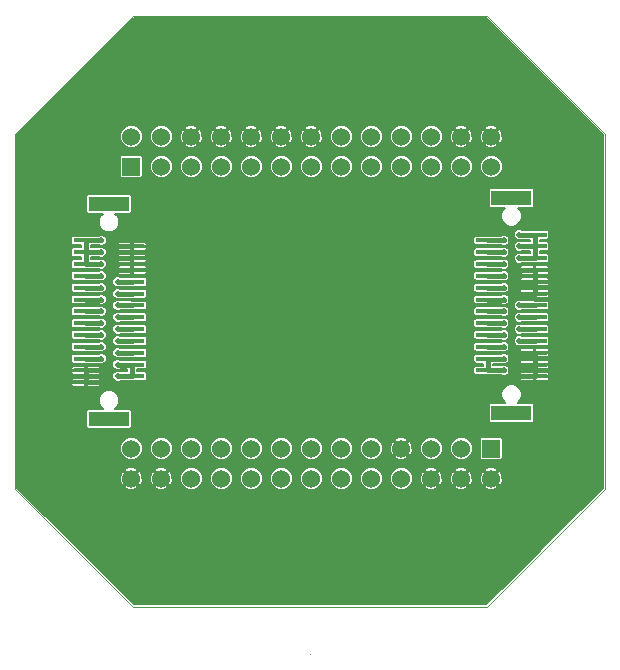
<source format=gbl>
G04 (created by PCBNEW (2013-09-06 BZR 4312)-stable) date K 20 nov   2013 22:54:32 EET*
%MOIN*%
G04 Gerber Fmt 3.4, Leading zero omitted, Abs format*
%FSLAX34Y34*%
G01*
G70*
G90*
G04 APERTURE LIST*
%ADD10C,0.000787*%
%ADD11C,0.001000*%
%ADD12R,0.133858X0.051181*%
%ADD13R,0.081890X0.015748*%
%ADD14C,0.196850*%
%ADD15R,0.060000X0.060000*%
%ADD16C,0.060000*%
%ADD17C,0.020000*%
%ADD18C,0.016000*%
%ADD19C,0.010000*%
%ADD20C,0.008000*%
%ADD21C,0.005000*%
G04 APERTURE END LIST*
G54D10*
G54D11*
X49213Y-56692D02*
G75*
G03X49213Y-56692I0J0D01*
G74*
G01*
X49211Y-56692D02*
X49213Y-56692D01*
X49212Y-56691D02*
X49212Y-56693D01*
X43307Y-55118D02*
X39370Y-51181D01*
X55118Y-55118D02*
X43307Y-55118D01*
X59055Y-51181D02*
X55118Y-55118D01*
X59055Y-39370D02*
X59055Y-51181D01*
X55118Y-35433D02*
X59055Y-39370D01*
X43307Y-35433D02*
X55118Y-35433D01*
X39370Y-39370D02*
X43307Y-35433D01*
X39370Y-51181D02*
X39370Y-39370D01*
G54D12*
X42503Y-41692D03*
X42503Y-48858D03*
G54D13*
X41732Y-47637D03*
X41732Y-47244D03*
X41732Y-46850D03*
X41732Y-46456D03*
X41732Y-46062D03*
X41732Y-45669D03*
X41732Y-45275D03*
X41732Y-44881D03*
X41732Y-44488D03*
X41732Y-44094D03*
X41732Y-43700D03*
X41732Y-43307D03*
X41732Y-42913D03*
X43275Y-43110D03*
X43275Y-43503D03*
X43275Y-43897D03*
X43275Y-44291D03*
X43275Y-44685D03*
X43275Y-45078D03*
X43275Y-45472D03*
X43275Y-45866D03*
X43275Y-46259D03*
X43275Y-46653D03*
X43275Y-47047D03*
X43275Y-47440D03*
G54D12*
X42503Y-48858D03*
X42503Y-41692D03*
X55921Y-48661D03*
X55921Y-41496D03*
G54D13*
X56692Y-42716D03*
X56692Y-43110D03*
X56692Y-43503D03*
X56692Y-43897D03*
X56692Y-44291D03*
X56692Y-44685D03*
X56692Y-45078D03*
X56692Y-45472D03*
X56692Y-45866D03*
X56692Y-46259D03*
X56692Y-46653D03*
X56692Y-47047D03*
X56692Y-47440D03*
X55149Y-47244D03*
X55149Y-46850D03*
X55149Y-46456D03*
X55149Y-46062D03*
X55149Y-45669D03*
X55149Y-45275D03*
X55149Y-44881D03*
X55149Y-44488D03*
X55149Y-44094D03*
X55149Y-43700D03*
X55149Y-43307D03*
X55149Y-42913D03*
G54D12*
X55921Y-41496D03*
X55921Y-48661D03*
G54D14*
X44094Y-37007D03*
X54330Y-37007D03*
X54330Y-53543D03*
X44094Y-53543D03*
G54D15*
X55250Y-49850D03*
G54D16*
X55250Y-50850D03*
X54250Y-49850D03*
X54250Y-50850D03*
X53250Y-49850D03*
X53250Y-50850D03*
X52250Y-49850D03*
X52250Y-50850D03*
X51250Y-49850D03*
X51250Y-50850D03*
X50250Y-49850D03*
X50250Y-50850D03*
X49250Y-49850D03*
X49250Y-50850D03*
X48250Y-49850D03*
X48250Y-50850D03*
X47250Y-49850D03*
X47250Y-50850D03*
X46250Y-49850D03*
X46250Y-50850D03*
X45250Y-49850D03*
X45250Y-50850D03*
X44250Y-49850D03*
X44250Y-50850D03*
X43250Y-49850D03*
X43250Y-50850D03*
G54D15*
X43250Y-40450D03*
G54D16*
X43250Y-39450D03*
X44250Y-40450D03*
X44250Y-39450D03*
X45250Y-40450D03*
X45250Y-39450D03*
X46250Y-40450D03*
X46250Y-39450D03*
X47250Y-40450D03*
X47250Y-39450D03*
X48250Y-40450D03*
X48250Y-39450D03*
X49250Y-40450D03*
X49250Y-39450D03*
X50250Y-40450D03*
X50250Y-39450D03*
X51250Y-40450D03*
X51250Y-39450D03*
X52250Y-40450D03*
X52250Y-39450D03*
X53250Y-40450D03*
X53250Y-39450D03*
X54250Y-40450D03*
X54250Y-39450D03*
X55250Y-40450D03*
X55250Y-39450D03*
G54D17*
X56181Y-43503D03*
X56181Y-43110D03*
X56181Y-42716D03*
X55669Y-47244D03*
X55669Y-46850D03*
X42244Y-42913D03*
X42244Y-43307D03*
X42244Y-43700D03*
X42795Y-47440D03*
X42795Y-47047D03*
X42795Y-44291D03*
X42795Y-44685D03*
X42795Y-45078D03*
X42795Y-45472D03*
X42795Y-45866D03*
X42795Y-46259D03*
X42795Y-46653D03*
X55669Y-46456D03*
X55669Y-42913D03*
X56181Y-47440D03*
X56181Y-47047D03*
X56181Y-46653D03*
X56181Y-44685D03*
X56181Y-44291D03*
X56181Y-43897D03*
X42244Y-47244D03*
X42244Y-47637D03*
X42795Y-43897D03*
X42795Y-43503D03*
X42795Y-43110D03*
X58400Y-51200D03*
X58000Y-51600D03*
X57600Y-52000D03*
X57200Y-52400D03*
X56800Y-52800D03*
X56400Y-53200D03*
X56000Y-53600D03*
X55600Y-54000D03*
X55200Y-54400D03*
X54800Y-54800D03*
X40000Y-39400D03*
X40400Y-39000D03*
X40800Y-38600D03*
X41200Y-38200D03*
X41600Y-37800D03*
X42000Y-37400D03*
X42400Y-37000D03*
X42800Y-36600D03*
X43200Y-36200D03*
X43600Y-35800D03*
X43200Y-54400D03*
X42800Y-54000D03*
X42400Y-53600D03*
X42000Y-53200D03*
X41600Y-52800D03*
X41200Y-52400D03*
X40800Y-52000D03*
X40400Y-51600D03*
X40000Y-51200D03*
X39800Y-50600D03*
X43600Y-54800D03*
X39800Y-39800D03*
X39800Y-40400D03*
X39800Y-41000D03*
X39800Y-41600D03*
X39800Y-42200D03*
X39800Y-42800D03*
X39800Y-43400D03*
X39800Y-44000D03*
X39800Y-44600D03*
X39800Y-45200D03*
X39800Y-45800D03*
X39800Y-46400D03*
X39800Y-47000D03*
X39800Y-47600D03*
X39800Y-48200D03*
X39800Y-48800D03*
X39800Y-49400D03*
X39800Y-50000D03*
X54400Y-35800D03*
X53800Y-35800D03*
X53200Y-35800D03*
X52600Y-35800D03*
X52000Y-35800D03*
X51400Y-35800D03*
X50800Y-35800D03*
X50200Y-35800D03*
X49600Y-35800D03*
X49000Y-35800D03*
X48400Y-35800D03*
X47800Y-35800D03*
X47200Y-35800D03*
X46600Y-35800D03*
X46000Y-35800D03*
X45400Y-35800D03*
X44800Y-35800D03*
X44200Y-35800D03*
X55000Y-35800D03*
X55400Y-36200D03*
X55800Y-36600D03*
X56200Y-37000D03*
X56600Y-37400D03*
X57000Y-37800D03*
X57400Y-38200D03*
X57800Y-38600D03*
X58200Y-39000D03*
X58600Y-39400D03*
X58600Y-50800D03*
X58600Y-50200D03*
X58600Y-49600D03*
X58600Y-49000D03*
X58600Y-48400D03*
X58600Y-47800D03*
X58600Y-47200D03*
X58600Y-46600D03*
X58600Y-46000D03*
X58600Y-45400D03*
X58600Y-44800D03*
X58600Y-44200D03*
X58600Y-43600D03*
X58600Y-43000D03*
X58600Y-42400D03*
X58600Y-41800D03*
X58600Y-41200D03*
X58600Y-40600D03*
X58600Y-40000D03*
X44600Y-54800D03*
X45200Y-54800D03*
X45800Y-54800D03*
X46400Y-54800D03*
X47000Y-54800D03*
X47600Y-54800D03*
X48200Y-54800D03*
X48800Y-54800D03*
X49400Y-54800D03*
X50000Y-54800D03*
X50600Y-54800D03*
X51200Y-54800D03*
X51800Y-54800D03*
X52400Y-54800D03*
X53000Y-54800D03*
X53600Y-54800D03*
X54200Y-54800D03*
X42244Y-46850D03*
X42244Y-46456D03*
X42244Y-46062D03*
X42244Y-45669D03*
X42244Y-45275D03*
X42244Y-44881D03*
X42244Y-44488D03*
X42244Y-44094D03*
X56181Y-45078D03*
X56181Y-45472D03*
X56181Y-45866D03*
X55669Y-45669D03*
X55669Y-46062D03*
X55669Y-44881D03*
X55669Y-43700D03*
X55669Y-44488D03*
X55669Y-43307D03*
X55669Y-45275D03*
X55669Y-44094D03*
X56181Y-46259D03*
G54D18*
X56692Y-43503D02*
X56181Y-43503D01*
X56181Y-43110D02*
X56692Y-43110D01*
X56692Y-42716D02*
X56181Y-42716D01*
X55669Y-47244D02*
X55149Y-47244D01*
X55149Y-46850D02*
X55669Y-46850D01*
X42244Y-42913D02*
X41732Y-42913D01*
X41732Y-43307D02*
X42244Y-43307D01*
X42244Y-43700D02*
X41732Y-43700D01*
X43275Y-47440D02*
X42795Y-47440D01*
X42795Y-47047D02*
X43275Y-47047D01*
G54D19*
X43275Y-47440D02*
X43297Y-47440D01*
G54D18*
X43275Y-47047D02*
X43275Y-47440D01*
G54D19*
X43275Y-47047D02*
X43309Y-47047D01*
G54D18*
X56692Y-42716D02*
X56692Y-43110D01*
X56692Y-43110D02*
X56692Y-43503D01*
X55149Y-46850D02*
X55149Y-47244D01*
X41732Y-43700D02*
X41732Y-43307D01*
X41732Y-43307D02*
X41732Y-42913D01*
X43275Y-44291D02*
X42795Y-44291D01*
X42795Y-44685D02*
X43275Y-44685D01*
X43275Y-45078D02*
X42795Y-45078D01*
X42795Y-45472D02*
X43275Y-45472D01*
X43275Y-45866D02*
X42795Y-45866D01*
X42795Y-46259D02*
X43275Y-46259D01*
X43275Y-46653D02*
X42795Y-46653D01*
X55669Y-46456D02*
X55149Y-46456D01*
X55149Y-42913D02*
X55669Y-42913D01*
X56692Y-47440D02*
X56181Y-47440D01*
X56181Y-47047D02*
X56692Y-47047D01*
X56692Y-46653D02*
X56181Y-46653D01*
X56181Y-44685D02*
X56692Y-44685D01*
X56692Y-44291D02*
X56181Y-44291D01*
X56181Y-43897D02*
X56692Y-43897D01*
X41732Y-47244D02*
X42244Y-47244D01*
X42244Y-47637D02*
X41732Y-47637D01*
X42795Y-43897D02*
X43275Y-43897D01*
X43275Y-43503D02*
X42795Y-43503D01*
X42795Y-43110D02*
X43275Y-43110D01*
G54D20*
X58400Y-51200D02*
X58000Y-51600D01*
X57600Y-52000D02*
X57200Y-52400D01*
X56800Y-52800D02*
X56400Y-53200D01*
X56000Y-53600D02*
X55600Y-54000D01*
X55200Y-54400D02*
X54800Y-54800D01*
X58600Y-39400D02*
X58600Y-40000D01*
X43600Y-35800D02*
X44200Y-35800D01*
X39800Y-39600D02*
X40000Y-39400D01*
X40400Y-39000D02*
X40800Y-38600D01*
X41200Y-38200D02*
X41600Y-37800D01*
X42000Y-37400D02*
X42400Y-37000D01*
X42800Y-36600D02*
X43200Y-36200D01*
X39800Y-50600D02*
X39800Y-50000D01*
X42800Y-54000D02*
X42400Y-53600D01*
X42000Y-53200D02*
X41600Y-52800D01*
X41200Y-52400D02*
X40800Y-52000D01*
X40400Y-51600D02*
X40000Y-51200D01*
X43600Y-54800D02*
X43200Y-54400D01*
X39800Y-41000D02*
X39800Y-40400D01*
X39800Y-42200D02*
X39800Y-41600D01*
X39800Y-43400D02*
X39800Y-42800D01*
X39800Y-44600D02*
X39800Y-44000D01*
X39800Y-45800D02*
X39800Y-45200D01*
X39800Y-47000D02*
X39800Y-46400D01*
X39800Y-48200D02*
X39800Y-47600D01*
X39800Y-49400D02*
X39800Y-48800D01*
X39800Y-39800D02*
X39800Y-39600D01*
X53200Y-35800D02*
X53800Y-35800D01*
X52000Y-35800D02*
X52600Y-35800D01*
X50800Y-35800D02*
X51400Y-35800D01*
X49600Y-35800D02*
X50200Y-35800D01*
X48400Y-35800D02*
X49000Y-35800D01*
X47200Y-35800D02*
X47800Y-35800D01*
X46000Y-35800D02*
X46600Y-35800D01*
X44800Y-35800D02*
X45400Y-35800D01*
X54400Y-35800D02*
X55000Y-35800D01*
X55400Y-36200D02*
X55800Y-36600D01*
X56200Y-37000D02*
X56600Y-37400D01*
X57000Y-37800D02*
X57400Y-38200D01*
X57800Y-38600D02*
X58200Y-39000D01*
X58600Y-50200D02*
X58600Y-50800D01*
X58600Y-49000D02*
X58600Y-49600D01*
X58600Y-47800D02*
X58600Y-48400D01*
X58600Y-46600D02*
X58600Y-47200D01*
X58600Y-45400D02*
X58600Y-46000D01*
X58600Y-44200D02*
X58600Y-44800D01*
X58600Y-43000D02*
X58600Y-43600D01*
X58600Y-41800D02*
X58600Y-42400D01*
X58600Y-40600D02*
X58600Y-41200D01*
X44600Y-54800D02*
X43600Y-54800D01*
X45800Y-54800D02*
X45200Y-54800D01*
X47000Y-54800D02*
X46400Y-54800D01*
X48200Y-54800D02*
X47600Y-54800D01*
X49400Y-54800D02*
X48800Y-54800D01*
X50600Y-54800D02*
X50000Y-54800D01*
X51800Y-54800D02*
X51200Y-54800D01*
X53000Y-54800D02*
X52400Y-54800D01*
X54200Y-54800D02*
X53600Y-54800D01*
G54D18*
X41732Y-47244D02*
X41732Y-47450D01*
X41732Y-47450D02*
X41732Y-47637D01*
G54D19*
X41634Y-47244D02*
X41732Y-47244D01*
G54D18*
X56692Y-46653D02*
X56692Y-47047D01*
X56692Y-47047D02*
X56692Y-47440D01*
X56692Y-44685D02*
X56692Y-44291D01*
X56692Y-44291D02*
X56692Y-43897D01*
X42244Y-46850D02*
X41732Y-46850D01*
X41732Y-46456D02*
X42244Y-46456D01*
X42244Y-46062D02*
X41732Y-46062D01*
X41732Y-45669D02*
X42244Y-45669D01*
X42244Y-45275D02*
X41732Y-45275D01*
X41732Y-44881D02*
X42244Y-44881D01*
X42244Y-44488D02*
X41732Y-44488D01*
X41732Y-44094D02*
X42244Y-44094D01*
X56692Y-45078D02*
X56181Y-45078D01*
X56181Y-45472D02*
X56692Y-45472D01*
X56692Y-45866D02*
X56181Y-45866D01*
X55669Y-45669D02*
X55149Y-45669D01*
X55149Y-46062D02*
X55669Y-46062D01*
X55669Y-44881D02*
X55149Y-44881D01*
X55149Y-43700D02*
X55669Y-43700D01*
X55149Y-44488D02*
X55669Y-44488D01*
X55669Y-43307D02*
X55149Y-43307D01*
X55149Y-45275D02*
X55669Y-45275D01*
X55669Y-44094D02*
X55149Y-44094D01*
X56181Y-46259D02*
X56692Y-46259D01*
G54D10*
G36*
X58975Y-51147D02*
X57187Y-52935D01*
X57187Y-46355D01*
X57187Y-46321D01*
X57187Y-46164D01*
X57187Y-45961D01*
X57187Y-45927D01*
X57187Y-45770D01*
X57187Y-45568D01*
X57187Y-45534D01*
X57187Y-45376D01*
X57187Y-45174D01*
X57187Y-45140D01*
X57187Y-44983D01*
X57187Y-43599D01*
X57187Y-43565D01*
X57187Y-43408D01*
X57174Y-43377D01*
X57150Y-43353D01*
X57119Y-43340D01*
X57085Y-43340D01*
X56857Y-43340D01*
X56857Y-43273D01*
X57119Y-43273D01*
X57150Y-43261D01*
X57174Y-43237D01*
X57187Y-43205D01*
X57187Y-43172D01*
X57187Y-43014D01*
X57174Y-42983D01*
X57150Y-42959D01*
X57119Y-42946D01*
X57085Y-42946D01*
X56857Y-42946D01*
X56857Y-42880D01*
X57119Y-42880D01*
X57150Y-42867D01*
X57174Y-42843D01*
X57187Y-42812D01*
X57187Y-42778D01*
X57187Y-42620D01*
X57174Y-42589D01*
X57150Y-42565D01*
X57119Y-42552D01*
X57085Y-42552D01*
X56699Y-42552D01*
X56692Y-42551D01*
X56675Y-42551D01*
X56675Y-41768D01*
X56675Y-41735D01*
X56675Y-41223D01*
X56662Y-41192D01*
X56638Y-41168D01*
X56607Y-41155D01*
X56573Y-41155D01*
X55635Y-41155D01*
X55635Y-40373D01*
X55626Y-40353D01*
X55626Y-39514D01*
X55622Y-39365D01*
X55573Y-39245D01*
X55524Y-39211D01*
X55488Y-39246D01*
X55488Y-39175D01*
X55454Y-39126D01*
X55314Y-39073D01*
X55165Y-39077D01*
X55045Y-39126D01*
X55011Y-39175D01*
X55250Y-39414D01*
X55488Y-39175D01*
X55488Y-39246D01*
X55285Y-39450D01*
X55524Y-39688D01*
X55573Y-39654D01*
X55626Y-39514D01*
X55626Y-40353D01*
X55576Y-40232D01*
X55488Y-40144D01*
X55488Y-39724D01*
X55250Y-39485D01*
X55214Y-39520D01*
X55214Y-39450D01*
X54975Y-39211D01*
X54926Y-39245D01*
X54873Y-39385D01*
X54877Y-39534D01*
X54926Y-39654D01*
X54975Y-39688D01*
X55214Y-39450D01*
X55214Y-39520D01*
X55011Y-39724D01*
X55045Y-39773D01*
X55185Y-39826D01*
X55334Y-39822D01*
X55454Y-39773D01*
X55488Y-39724D01*
X55488Y-40144D01*
X55468Y-40123D01*
X55326Y-40065D01*
X55173Y-40064D01*
X55032Y-40123D01*
X54923Y-40231D01*
X54865Y-40373D01*
X54864Y-40526D01*
X54923Y-40667D01*
X55031Y-40776D01*
X55173Y-40834D01*
X55326Y-40835D01*
X55467Y-40776D01*
X55576Y-40668D01*
X55634Y-40526D01*
X55635Y-40373D01*
X55635Y-41155D01*
X55235Y-41155D01*
X55203Y-41168D01*
X55179Y-41192D01*
X55166Y-41223D01*
X55166Y-41257D01*
X55166Y-41768D01*
X55179Y-41800D01*
X55203Y-41824D01*
X55235Y-41836D01*
X55268Y-41836D01*
X55708Y-41836D01*
X55632Y-41912D01*
X55580Y-42038D01*
X55580Y-42173D01*
X55632Y-42299D01*
X55727Y-42395D01*
X55853Y-42447D01*
X55988Y-42447D01*
X56114Y-42395D01*
X56210Y-42299D01*
X56262Y-42174D01*
X56262Y-42038D01*
X56210Y-41913D01*
X56134Y-41836D01*
X56607Y-41836D01*
X56638Y-41824D01*
X56662Y-41800D01*
X56675Y-41768D01*
X56675Y-42551D01*
X56266Y-42551D01*
X56218Y-42531D01*
X56144Y-42531D01*
X56076Y-42559D01*
X56024Y-42611D01*
X55996Y-42679D01*
X55996Y-42753D01*
X56024Y-42821D01*
X56076Y-42873D01*
X56144Y-42901D01*
X56217Y-42901D01*
X56266Y-42881D01*
X56527Y-42881D01*
X56527Y-42945D01*
X56266Y-42945D01*
X56218Y-42925D01*
X56144Y-42925D01*
X56076Y-42953D01*
X56024Y-43005D01*
X55996Y-43073D01*
X55996Y-43146D01*
X56024Y-43214D01*
X56076Y-43266D01*
X56144Y-43295D01*
X56217Y-43295D01*
X56266Y-43275D01*
X56527Y-43275D01*
X56527Y-43338D01*
X56266Y-43338D01*
X56218Y-43318D01*
X56144Y-43318D01*
X56076Y-43347D01*
X56024Y-43399D01*
X55996Y-43466D01*
X55996Y-43540D01*
X56024Y-43608D01*
X56076Y-43660D01*
X56144Y-43688D01*
X56217Y-43688D01*
X56266Y-43668D01*
X56692Y-43668D01*
X56699Y-43667D01*
X57119Y-43667D01*
X57150Y-43654D01*
X57174Y-43630D01*
X57187Y-43599D01*
X57187Y-44983D01*
X57177Y-44958D01*
X57177Y-44778D01*
X57177Y-44728D01*
X57177Y-44641D01*
X57177Y-44591D01*
X57177Y-44384D01*
X57177Y-44335D01*
X57177Y-44247D01*
X57177Y-44197D01*
X57177Y-43991D01*
X57177Y-43941D01*
X57177Y-43853D01*
X57177Y-43803D01*
X57165Y-43776D01*
X57144Y-43755D01*
X57117Y-43743D01*
X57087Y-43743D01*
X56736Y-43743D01*
X56717Y-43762D01*
X56717Y-43872D01*
X57158Y-43872D01*
X57177Y-43853D01*
X57177Y-43941D01*
X57158Y-43922D01*
X56717Y-43922D01*
X56717Y-44032D01*
X56736Y-44051D01*
X57087Y-44051D01*
X57117Y-44051D01*
X57144Y-44039D01*
X57165Y-44018D01*
X57177Y-43991D01*
X57177Y-44197D01*
X57165Y-44170D01*
X57144Y-44149D01*
X57117Y-44137D01*
X57087Y-44137D01*
X56736Y-44137D01*
X56717Y-44156D01*
X56717Y-44266D01*
X57158Y-44266D01*
X57177Y-44247D01*
X57177Y-44335D01*
X57158Y-44316D01*
X56717Y-44316D01*
X56717Y-44426D01*
X56736Y-44445D01*
X57087Y-44445D01*
X57117Y-44445D01*
X57144Y-44433D01*
X57165Y-44412D01*
X57177Y-44384D01*
X57177Y-44591D01*
X57165Y-44563D01*
X57144Y-44542D01*
X57117Y-44531D01*
X57087Y-44531D01*
X56736Y-44531D01*
X56717Y-44550D01*
X56717Y-44660D01*
X57158Y-44660D01*
X57177Y-44641D01*
X57177Y-44728D01*
X57158Y-44710D01*
X56717Y-44710D01*
X56717Y-44820D01*
X56736Y-44838D01*
X57087Y-44838D01*
X57117Y-44838D01*
X57144Y-44827D01*
X57165Y-44806D01*
X57177Y-44778D01*
X57177Y-44958D01*
X57174Y-44951D01*
X57150Y-44927D01*
X57119Y-44915D01*
X57085Y-44915D01*
X56699Y-44915D01*
X56692Y-44913D01*
X56667Y-44913D01*
X56667Y-44820D01*
X56667Y-44710D01*
X56667Y-44660D01*
X56667Y-44550D01*
X56667Y-44426D01*
X56667Y-44316D01*
X56667Y-44266D01*
X56667Y-44156D01*
X56667Y-44032D01*
X56667Y-43922D01*
X56667Y-43872D01*
X56667Y-43762D01*
X56649Y-43743D01*
X56298Y-43743D01*
X56268Y-43743D01*
X56240Y-43755D01*
X56219Y-43776D01*
X56208Y-43803D01*
X56208Y-43853D01*
X56227Y-43872D01*
X56667Y-43872D01*
X56667Y-43922D01*
X56227Y-43922D01*
X56208Y-43941D01*
X56208Y-43991D01*
X56219Y-44018D01*
X56240Y-44039D01*
X56268Y-44051D01*
X56298Y-44051D01*
X56649Y-44051D01*
X56667Y-44032D01*
X56667Y-44156D01*
X56649Y-44137D01*
X56298Y-44137D01*
X56268Y-44137D01*
X56240Y-44149D01*
X56219Y-44170D01*
X56208Y-44197D01*
X56208Y-44247D01*
X56227Y-44266D01*
X56667Y-44266D01*
X56667Y-44316D01*
X56227Y-44316D01*
X56208Y-44335D01*
X56208Y-44384D01*
X56219Y-44412D01*
X56240Y-44433D01*
X56268Y-44445D01*
X56298Y-44445D01*
X56649Y-44445D01*
X56667Y-44426D01*
X56667Y-44550D01*
X56649Y-44531D01*
X56298Y-44531D01*
X56268Y-44531D01*
X56240Y-44542D01*
X56219Y-44563D01*
X56208Y-44591D01*
X56208Y-44641D01*
X56227Y-44660D01*
X56667Y-44660D01*
X56667Y-44710D01*
X56227Y-44710D01*
X56208Y-44728D01*
X56208Y-44778D01*
X56219Y-44806D01*
X56240Y-44827D01*
X56268Y-44838D01*
X56298Y-44838D01*
X56649Y-44838D01*
X56667Y-44820D01*
X56667Y-44913D01*
X56266Y-44913D01*
X56218Y-44893D01*
X56144Y-44893D01*
X56076Y-44921D01*
X56024Y-44973D01*
X55996Y-45041D01*
X55996Y-45115D01*
X56024Y-45183D01*
X56076Y-45235D01*
X56144Y-45263D01*
X56217Y-45263D01*
X56266Y-45243D01*
X56692Y-45243D01*
X56699Y-45242D01*
X57119Y-45242D01*
X57150Y-45229D01*
X57174Y-45205D01*
X57187Y-45174D01*
X57187Y-45376D01*
X57174Y-45345D01*
X57150Y-45321D01*
X57119Y-45308D01*
X57085Y-45308D01*
X56699Y-45308D01*
X56692Y-45307D01*
X56266Y-45307D01*
X56218Y-45287D01*
X56144Y-45287D01*
X56076Y-45315D01*
X56024Y-45367D01*
X55996Y-45435D01*
X55996Y-45509D01*
X56024Y-45577D01*
X56076Y-45629D01*
X56144Y-45657D01*
X56217Y-45657D01*
X56266Y-45637D01*
X56692Y-45637D01*
X56699Y-45636D01*
X57119Y-45636D01*
X57150Y-45623D01*
X57174Y-45599D01*
X57187Y-45568D01*
X57187Y-45770D01*
X57174Y-45739D01*
X57150Y-45715D01*
X57119Y-45702D01*
X57085Y-45702D01*
X56699Y-45702D01*
X56692Y-45701D01*
X56266Y-45701D01*
X56218Y-45681D01*
X56144Y-45681D01*
X56076Y-45709D01*
X56024Y-45761D01*
X55996Y-45829D01*
X55996Y-45902D01*
X56024Y-45970D01*
X56076Y-46022D01*
X56144Y-46051D01*
X56217Y-46051D01*
X56266Y-46031D01*
X56692Y-46031D01*
X56699Y-46029D01*
X57119Y-46029D01*
X57150Y-46016D01*
X57174Y-45993D01*
X57187Y-45961D01*
X57187Y-46164D01*
X57174Y-46132D01*
X57150Y-46109D01*
X57119Y-46096D01*
X57085Y-46096D01*
X56699Y-46096D01*
X56692Y-46094D01*
X56266Y-46094D01*
X56218Y-46074D01*
X56144Y-46074D01*
X56076Y-46102D01*
X56024Y-46154D01*
X55996Y-46222D01*
X55996Y-46296D01*
X56024Y-46364D01*
X56076Y-46416D01*
X56144Y-46444D01*
X56217Y-46444D01*
X56266Y-46424D01*
X56692Y-46424D01*
X56699Y-46423D01*
X57119Y-46423D01*
X57150Y-46410D01*
X57174Y-46386D01*
X57187Y-46355D01*
X57187Y-52935D01*
X57177Y-52945D01*
X57177Y-47534D01*
X57177Y-47484D01*
X57177Y-47397D01*
X57177Y-47347D01*
X57177Y-47140D01*
X57177Y-47090D01*
X57177Y-47003D01*
X57177Y-46953D01*
X57177Y-46747D01*
X57177Y-46697D01*
X57177Y-46609D01*
X57177Y-46559D01*
X57165Y-46532D01*
X57144Y-46511D01*
X57117Y-46499D01*
X57087Y-46499D01*
X56736Y-46499D01*
X56717Y-46518D01*
X56717Y-46628D01*
X57158Y-46628D01*
X57177Y-46609D01*
X57177Y-46697D01*
X57158Y-46678D01*
X56717Y-46678D01*
X56717Y-46788D01*
X56736Y-46807D01*
X57087Y-46807D01*
X57117Y-46807D01*
X57144Y-46795D01*
X57165Y-46774D01*
X57177Y-46747D01*
X57177Y-46953D01*
X57165Y-46926D01*
X57144Y-46904D01*
X57117Y-46893D01*
X57087Y-46893D01*
X56736Y-46893D01*
X56717Y-46912D01*
X56717Y-47022D01*
X57158Y-47022D01*
X57177Y-47003D01*
X57177Y-47090D01*
X57158Y-47072D01*
X56717Y-47072D01*
X56717Y-47182D01*
X56736Y-47200D01*
X57087Y-47200D01*
X57117Y-47200D01*
X57144Y-47189D01*
X57165Y-47168D01*
X57177Y-47140D01*
X57177Y-47347D01*
X57165Y-47319D01*
X57144Y-47298D01*
X57117Y-47287D01*
X57087Y-47287D01*
X56736Y-47287D01*
X56717Y-47305D01*
X56717Y-47415D01*
X57158Y-47415D01*
X57177Y-47397D01*
X57177Y-47484D01*
X57158Y-47465D01*
X56717Y-47465D01*
X56717Y-47575D01*
X56736Y-47594D01*
X57087Y-47594D01*
X57117Y-47594D01*
X57144Y-47583D01*
X57165Y-47562D01*
X57177Y-47534D01*
X57177Y-52945D01*
X56675Y-53447D01*
X56675Y-48934D01*
X56675Y-48900D01*
X56675Y-48388D01*
X56667Y-48370D01*
X56667Y-47575D01*
X56667Y-47465D01*
X56667Y-47415D01*
X56667Y-47305D01*
X56667Y-47182D01*
X56667Y-47072D01*
X56667Y-47022D01*
X56667Y-46912D01*
X56667Y-46788D01*
X56667Y-46678D01*
X56667Y-46628D01*
X56667Y-46518D01*
X56649Y-46499D01*
X56298Y-46499D01*
X56268Y-46499D01*
X56240Y-46511D01*
X56219Y-46532D01*
X56208Y-46559D01*
X56208Y-46609D01*
X56227Y-46628D01*
X56667Y-46628D01*
X56667Y-46678D01*
X56227Y-46678D01*
X56208Y-46697D01*
X56208Y-46747D01*
X56219Y-46774D01*
X56240Y-46795D01*
X56268Y-46807D01*
X56298Y-46807D01*
X56649Y-46807D01*
X56667Y-46788D01*
X56667Y-46912D01*
X56649Y-46893D01*
X56298Y-46893D01*
X56268Y-46893D01*
X56240Y-46904D01*
X56219Y-46926D01*
X56208Y-46953D01*
X56208Y-47003D01*
X56227Y-47022D01*
X56667Y-47022D01*
X56667Y-47072D01*
X56227Y-47072D01*
X56208Y-47090D01*
X56208Y-47140D01*
X56219Y-47168D01*
X56240Y-47189D01*
X56268Y-47200D01*
X56298Y-47200D01*
X56649Y-47200D01*
X56667Y-47182D01*
X56667Y-47305D01*
X56649Y-47287D01*
X56298Y-47287D01*
X56268Y-47287D01*
X56240Y-47298D01*
X56219Y-47319D01*
X56208Y-47347D01*
X56208Y-47397D01*
X56227Y-47415D01*
X56667Y-47415D01*
X56667Y-47465D01*
X56227Y-47465D01*
X56208Y-47484D01*
X56208Y-47534D01*
X56219Y-47562D01*
X56240Y-47583D01*
X56268Y-47594D01*
X56298Y-47594D01*
X56649Y-47594D01*
X56667Y-47575D01*
X56667Y-48370D01*
X56662Y-48357D01*
X56638Y-48333D01*
X56607Y-48320D01*
X56573Y-48320D01*
X56133Y-48320D01*
X56210Y-48244D01*
X56262Y-48119D01*
X56262Y-47983D01*
X56210Y-47858D01*
X56114Y-47762D01*
X55989Y-47710D01*
X55854Y-47710D01*
X55854Y-47207D01*
X55826Y-47139D01*
X55774Y-47087D01*
X55706Y-47059D01*
X55632Y-47059D01*
X55584Y-47079D01*
X55314Y-47079D01*
X55314Y-47015D01*
X55584Y-47015D01*
X55632Y-47035D01*
X55705Y-47035D01*
X55773Y-47007D01*
X55826Y-46955D01*
X55854Y-46887D01*
X55854Y-46813D01*
X55854Y-46420D01*
X55854Y-46026D01*
X55854Y-45632D01*
X55854Y-45238D01*
X55854Y-44845D01*
X55854Y-44451D01*
X55854Y-44057D01*
X55854Y-43664D01*
X55854Y-43270D01*
X55854Y-42876D01*
X55826Y-42808D01*
X55774Y-42756D01*
X55706Y-42728D01*
X55632Y-42728D01*
X55584Y-42748D01*
X55149Y-42748D01*
X55143Y-42749D01*
X54723Y-42749D01*
X54692Y-42762D01*
X54668Y-42786D01*
X54655Y-42817D01*
X54655Y-42851D01*
X54655Y-43009D01*
X54668Y-43040D01*
X54692Y-43064D01*
X54723Y-43077D01*
X54757Y-43077D01*
X55143Y-43077D01*
X55149Y-43078D01*
X55584Y-43078D01*
X55632Y-43098D01*
X55705Y-43098D01*
X55773Y-43070D01*
X55826Y-43018D01*
X55854Y-42950D01*
X55854Y-42876D01*
X55854Y-43270D01*
X55826Y-43202D01*
X55774Y-43150D01*
X55706Y-43122D01*
X55632Y-43122D01*
X55584Y-43142D01*
X55149Y-43142D01*
X55143Y-43143D01*
X54723Y-43143D01*
X54692Y-43156D01*
X54668Y-43180D01*
X54655Y-43211D01*
X54655Y-43245D01*
X54655Y-43402D01*
X54668Y-43433D01*
X54692Y-43457D01*
X54723Y-43470D01*
X54757Y-43470D01*
X55143Y-43470D01*
X55149Y-43472D01*
X55584Y-43472D01*
X55632Y-43492D01*
X55705Y-43492D01*
X55773Y-43464D01*
X55826Y-43412D01*
X55854Y-43344D01*
X55854Y-43270D01*
X55854Y-43664D01*
X55826Y-43596D01*
X55774Y-43544D01*
X55706Y-43515D01*
X55632Y-43515D01*
X55584Y-43535D01*
X55149Y-43535D01*
X55143Y-43537D01*
X54723Y-43537D01*
X54692Y-43549D01*
X54668Y-43573D01*
X54655Y-43605D01*
X54655Y-43638D01*
X54655Y-43796D01*
X54668Y-43827D01*
X54692Y-43851D01*
X54723Y-43864D01*
X54757Y-43864D01*
X55143Y-43864D01*
X55149Y-43865D01*
X55584Y-43865D01*
X55632Y-43885D01*
X55705Y-43885D01*
X55773Y-43857D01*
X55826Y-43805D01*
X55854Y-43737D01*
X55854Y-43664D01*
X55854Y-44057D01*
X55826Y-43989D01*
X55774Y-43937D01*
X55706Y-43909D01*
X55632Y-43909D01*
X55584Y-43929D01*
X55149Y-43929D01*
X55143Y-43930D01*
X54723Y-43930D01*
X54692Y-43943D01*
X54668Y-43967D01*
X54655Y-43998D01*
X54655Y-44032D01*
X54655Y-44190D01*
X54668Y-44221D01*
X54692Y-44245D01*
X54723Y-44258D01*
X54757Y-44258D01*
X55143Y-44258D01*
X55149Y-44259D01*
X55584Y-44259D01*
X55632Y-44279D01*
X55705Y-44279D01*
X55773Y-44251D01*
X55826Y-44199D01*
X55854Y-44131D01*
X55854Y-44057D01*
X55854Y-44451D01*
X55826Y-44383D01*
X55774Y-44331D01*
X55706Y-44303D01*
X55632Y-44303D01*
X55584Y-44323D01*
X55149Y-44323D01*
X55143Y-44324D01*
X54723Y-44324D01*
X54692Y-44337D01*
X54668Y-44361D01*
X54655Y-44392D01*
X54655Y-44426D01*
X54655Y-44583D01*
X54668Y-44615D01*
X54692Y-44638D01*
X54723Y-44651D01*
X54757Y-44651D01*
X55143Y-44651D01*
X55149Y-44653D01*
X55584Y-44653D01*
X55632Y-44673D01*
X55705Y-44673D01*
X55773Y-44645D01*
X55826Y-44593D01*
X55854Y-44525D01*
X55854Y-44451D01*
X55854Y-44845D01*
X55826Y-44777D01*
X55774Y-44725D01*
X55706Y-44696D01*
X55632Y-44696D01*
X55584Y-44716D01*
X55149Y-44716D01*
X55143Y-44718D01*
X54723Y-44718D01*
X54692Y-44731D01*
X54668Y-44755D01*
X54655Y-44786D01*
X54655Y-44820D01*
X54655Y-44977D01*
X54668Y-45008D01*
X54692Y-45032D01*
X54723Y-45045D01*
X54757Y-45045D01*
X55143Y-45045D01*
X55149Y-45046D01*
X55584Y-45046D01*
X55632Y-45066D01*
X55705Y-45066D01*
X55773Y-45038D01*
X55826Y-44986D01*
X55854Y-44918D01*
X55854Y-44845D01*
X55854Y-45238D01*
X55826Y-45170D01*
X55774Y-45118D01*
X55706Y-45090D01*
X55632Y-45090D01*
X55584Y-45110D01*
X55149Y-45110D01*
X55143Y-45111D01*
X54723Y-45111D01*
X54692Y-45124D01*
X54668Y-45148D01*
X54655Y-45179D01*
X54655Y-45213D01*
X54655Y-45371D01*
X54668Y-45402D01*
X54692Y-45426D01*
X54723Y-45439D01*
X54757Y-45439D01*
X55143Y-45439D01*
X55149Y-45440D01*
X55584Y-45440D01*
X55632Y-45460D01*
X55705Y-45460D01*
X55773Y-45432D01*
X55826Y-45380D01*
X55854Y-45312D01*
X55854Y-45238D01*
X55854Y-45632D01*
X55826Y-45564D01*
X55774Y-45512D01*
X55706Y-45484D01*
X55632Y-45484D01*
X55584Y-45504D01*
X55149Y-45504D01*
X55143Y-45505D01*
X54723Y-45505D01*
X54692Y-45518D01*
X54668Y-45542D01*
X54655Y-45573D01*
X54655Y-45607D01*
X54655Y-45764D01*
X54668Y-45796D01*
X54692Y-45820D01*
X54723Y-45833D01*
X54757Y-45833D01*
X55143Y-45833D01*
X55149Y-45834D01*
X55584Y-45834D01*
X55632Y-45854D01*
X55705Y-45854D01*
X55773Y-45826D01*
X55826Y-45774D01*
X55854Y-45706D01*
X55854Y-45632D01*
X55854Y-46026D01*
X55826Y-45958D01*
X55774Y-45906D01*
X55706Y-45878D01*
X55632Y-45877D01*
X55584Y-45897D01*
X55149Y-45897D01*
X55143Y-45899D01*
X54723Y-45899D01*
X54692Y-45912D01*
X54668Y-45936D01*
X54655Y-45967D01*
X54655Y-46001D01*
X54655Y-46158D01*
X54668Y-46189D01*
X54692Y-46213D01*
X54723Y-46226D01*
X54757Y-46226D01*
X55143Y-46226D01*
X55149Y-46227D01*
X55584Y-46227D01*
X55632Y-46247D01*
X55705Y-46248D01*
X55773Y-46219D01*
X55826Y-46167D01*
X55854Y-46099D01*
X55854Y-46026D01*
X55854Y-46420D01*
X55826Y-46352D01*
X55774Y-46299D01*
X55706Y-46271D01*
X55632Y-46271D01*
X55584Y-46291D01*
X55149Y-46291D01*
X55143Y-46292D01*
X54723Y-46292D01*
X54692Y-46305D01*
X54668Y-46329D01*
X54655Y-46361D01*
X54655Y-46394D01*
X54655Y-46552D01*
X54668Y-46583D01*
X54692Y-46607D01*
X54723Y-46620D01*
X54757Y-46620D01*
X55143Y-46620D01*
X55149Y-46621D01*
X55584Y-46621D01*
X55632Y-46641D01*
X55705Y-46641D01*
X55773Y-46613D01*
X55826Y-46561D01*
X55854Y-46493D01*
X55854Y-46420D01*
X55854Y-46813D01*
X55826Y-46745D01*
X55774Y-46693D01*
X55706Y-46665D01*
X55632Y-46665D01*
X55584Y-46685D01*
X55149Y-46685D01*
X55143Y-46686D01*
X54723Y-46686D01*
X54692Y-46699D01*
X54668Y-46723D01*
X54655Y-46754D01*
X54655Y-46788D01*
X54655Y-46946D01*
X54668Y-46977D01*
X54692Y-47001D01*
X54723Y-47014D01*
X54757Y-47014D01*
X54984Y-47014D01*
X54984Y-47080D01*
X54723Y-47080D01*
X54692Y-47093D01*
X54668Y-47117D01*
X54655Y-47148D01*
X54655Y-47182D01*
X54655Y-47339D01*
X54668Y-47370D01*
X54692Y-47394D01*
X54723Y-47407D01*
X54757Y-47407D01*
X55143Y-47407D01*
X55149Y-47409D01*
X55584Y-47409D01*
X55632Y-47429D01*
X55705Y-47429D01*
X55773Y-47401D01*
X55826Y-47349D01*
X55854Y-47281D01*
X55854Y-47207D01*
X55854Y-47710D01*
X55853Y-47710D01*
X55728Y-47762D01*
X55632Y-47857D01*
X55580Y-47983D01*
X55580Y-48118D01*
X55632Y-48244D01*
X55708Y-48320D01*
X55235Y-48320D01*
X55203Y-48333D01*
X55179Y-48357D01*
X55166Y-48388D01*
X55166Y-48422D01*
X55166Y-48934D01*
X55179Y-48965D01*
X55203Y-48989D01*
X55235Y-49002D01*
X55268Y-49002D01*
X56607Y-49002D01*
X56638Y-48989D01*
X56662Y-48965D01*
X56675Y-48934D01*
X56675Y-53447D01*
X55635Y-54488D01*
X55635Y-50166D01*
X55635Y-50133D01*
X55635Y-49533D01*
X55622Y-49501D01*
X55598Y-49477D01*
X55566Y-49465D01*
X55533Y-49465D01*
X54933Y-49465D01*
X54901Y-49477D01*
X54877Y-49501D01*
X54865Y-49533D01*
X54865Y-49566D01*
X54865Y-50166D01*
X54877Y-50198D01*
X54901Y-50222D01*
X54933Y-50235D01*
X54966Y-50235D01*
X55566Y-50235D01*
X55598Y-50222D01*
X55622Y-50198D01*
X55635Y-50166D01*
X55635Y-54488D01*
X55626Y-54496D01*
X55626Y-50914D01*
X55622Y-50765D01*
X55573Y-50645D01*
X55524Y-50611D01*
X55488Y-50646D01*
X55488Y-50575D01*
X55454Y-50526D01*
X55314Y-50473D01*
X55165Y-50477D01*
X55045Y-50526D01*
X55011Y-50575D01*
X55250Y-50814D01*
X55488Y-50575D01*
X55488Y-50646D01*
X55285Y-50850D01*
X55524Y-51088D01*
X55573Y-51054D01*
X55626Y-50914D01*
X55626Y-54496D01*
X55488Y-54634D01*
X55488Y-51124D01*
X55250Y-50885D01*
X55214Y-50920D01*
X55214Y-50850D01*
X54975Y-50611D01*
X54926Y-50645D01*
X54873Y-50785D01*
X54877Y-50934D01*
X54926Y-51054D01*
X54975Y-51088D01*
X55214Y-50850D01*
X55214Y-50920D01*
X55011Y-51124D01*
X55045Y-51173D01*
X55185Y-51226D01*
X55334Y-51222D01*
X55454Y-51173D01*
X55488Y-51124D01*
X55488Y-54634D01*
X55084Y-55038D01*
X54635Y-55038D01*
X54635Y-49773D01*
X54635Y-40373D01*
X54626Y-40353D01*
X54626Y-39514D01*
X54622Y-39365D01*
X54573Y-39245D01*
X54524Y-39211D01*
X54488Y-39246D01*
X54488Y-39175D01*
X54454Y-39126D01*
X54314Y-39073D01*
X54165Y-39077D01*
X54045Y-39126D01*
X54011Y-39175D01*
X54250Y-39414D01*
X54488Y-39175D01*
X54488Y-39246D01*
X54285Y-39450D01*
X54524Y-39688D01*
X54573Y-39654D01*
X54626Y-39514D01*
X54626Y-40353D01*
X54576Y-40232D01*
X54488Y-40144D01*
X54488Y-39724D01*
X54250Y-39485D01*
X54214Y-39520D01*
X54214Y-39450D01*
X53975Y-39211D01*
X53926Y-39245D01*
X53873Y-39385D01*
X53877Y-39534D01*
X53926Y-39654D01*
X53975Y-39688D01*
X54214Y-39450D01*
X54214Y-39520D01*
X54011Y-39724D01*
X54045Y-39773D01*
X54185Y-39826D01*
X54334Y-39822D01*
X54454Y-39773D01*
X54488Y-39724D01*
X54488Y-40144D01*
X54468Y-40123D01*
X54326Y-40065D01*
X54173Y-40064D01*
X54032Y-40123D01*
X53923Y-40231D01*
X53865Y-40373D01*
X53864Y-40526D01*
X53923Y-40667D01*
X54031Y-40776D01*
X54173Y-40834D01*
X54326Y-40835D01*
X54467Y-40776D01*
X54576Y-40668D01*
X54634Y-40526D01*
X54635Y-40373D01*
X54635Y-49773D01*
X54576Y-49632D01*
X54468Y-49523D01*
X54326Y-49465D01*
X54173Y-49464D01*
X54032Y-49523D01*
X53923Y-49631D01*
X53865Y-49773D01*
X53864Y-49926D01*
X53923Y-50067D01*
X54031Y-50176D01*
X54173Y-50234D01*
X54326Y-50235D01*
X54467Y-50176D01*
X54576Y-50068D01*
X54634Y-49926D01*
X54635Y-49773D01*
X54635Y-55038D01*
X54626Y-55038D01*
X54626Y-50914D01*
X54622Y-50765D01*
X54573Y-50645D01*
X54524Y-50611D01*
X54488Y-50646D01*
X54488Y-50575D01*
X54454Y-50526D01*
X54314Y-50473D01*
X54165Y-50477D01*
X54045Y-50526D01*
X54011Y-50575D01*
X54250Y-50814D01*
X54488Y-50575D01*
X54488Y-50646D01*
X54285Y-50850D01*
X54524Y-51088D01*
X54573Y-51054D01*
X54626Y-50914D01*
X54626Y-55038D01*
X54488Y-55038D01*
X54488Y-51124D01*
X54250Y-50885D01*
X54214Y-50920D01*
X54214Y-50850D01*
X53975Y-50611D01*
X53926Y-50645D01*
X53873Y-50785D01*
X53877Y-50934D01*
X53926Y-51054D01*
X53975Y-51088D01*
X54214Y-50850D01*
X54214Y-50920D01*
X54011Y-51124D01*
X54045Y-51173D01*
X54185Y-51226D01*
X54334Y-51222D01*
X54454Y-51173D01*
X54488Y-51124D01*
X54488Y-55038D01*
X53635Y-55038D01*
X53635Y-49773D01*
X53635Y-40373D01*
X53635Y-39373D01*
X53576Y-39232D01*
X53468Y-39123D01*
X53326Y-39065D01*
X53173Y-39064D01*
X53032Y-39123D01*
X52923Y-39231D01*
X52865Y-39373D01*
X52864Y-39526D01*
X52923Y-39667D01*
X53031Y-39776D01*
X53173Y-39834D01*
X53326Y-39835D01*
X53467Y-39776D01*
X53576Y-39668D01*
X53634Y-39526D01*
X53635Y-39373D01*
X53635Y-40373D01*
X53576Y-40232D01*
X53468Y-40123D01*
X53326Y-40065D01*
X53173Y-40064D01*
X53032Y-40123D01*
X52923Y-40231D01*
X52865Y-40373D01*
X52864Y-40526D01*
X52923Y-40667D01*
X53031Y-40776D01*
X53173Y-40834D01*
X53326Y-40835D01*
X53467Y-40776D01*
X53576Y-40668D01*
X53634Y-40526D01*
X53635Y-40373D01*
X53635Y-49773D01*
X53576Y-49632D01*
X53468Y-49523D01*
X53326Y-49465D01*
X53173Y-49464D01*
X53032Y-49523D01*
X52923Y-49631D01*
X52865Y-49773D01*
X52864Y-49926D01*
X52923Y-50067D01*
X53031Y-50176D01*
X53173Y-50234D01*
X53326Y-50235D01*
X53467Y-50176D01*
X53576Y-50068D01*
X53634Y-49926D01*
X53635Y-49773D01*
X53635Y-55038D01*
X53626Y-55038D01*
X53626Y-50914D01*
X53622Y-50765D01*
X53573Y-50645D01*
X53524Y-50611D01*
X53488Y-50646D01*
X53488Y-50575D01*
X53454Y-50526D01*
X53314Y-50473D01*
X53165Y-50477D01*
X53045Y-50526D01*
X53011Y-50575D01*
X53250Y-50814D01*
X53488Y-50575D01*
X53488Y-50646D01*
X53285Y-50850D01*
X53524Y-51088D01*
X53573Y-51054D01*
X53626Y-50914D01*
X53626Y-55038D01*
X53488Y-55038D01*
X53488Y-51124D01*
X53250Y-50885D01*
X53214Y-50920D01*
X53214Y-50850D01*
X52975Y-50611D01*
X52926Y-50645D01*
X52873Y-50785D01*
X52877Y-50934D01*
X52926Y-51054D01*
X52975Y-51088D01*
X53214Y-50850D01*
X53214Y-50920D01*
X53011Y-51124D01*
X53045Y-51173D01*
X53185Y-51226D01*
X53334Y-51222D01*
X53454Y-51173D01*
X53488Y-51124D01*
X53488Y-55038D01*
X52635Y-55038D01*
X52635Y-50773D01*
X52635Y-40373D01*
X52635Y-39373D01*
X52576Y-39232D01*
X52468Y-39123D01*
X52326Y-39065D01*
X52173Y-39064D01*
X52032Y-39123D01*
X51923Y-39231D01*
X51865Y-39373D01*
X51864Y-39526D01*
X51923Y-39667D01*
X52031Y-39776D01*
X52173Y-39834D01*
X52326Y-39835D01*
X52467Y-39776D01*
X52576Y-39668D01*
X52634Y-39526D01*
X52635Y-39373D01*
X52635Y-40373D01*
X52576Y-40232D01*
X52468Y-40123D01*
X52326Y-40065D01*
X52173Y-40064D01*
X52032Y-40123D01*
X51923Y-40231D01*
X51865Y-40373D01*
X51864Y-40526D01*
X51923Y-40667D01*
X52031Y-40776D01*
X52173Y-40834D01*
X52326Y-40835D01*
X52467Y-40776D01*
X52576Y-40668D01*
X52634Y-40526D01*
X52635Y-40373D01*
X52635Y-50773D01*
X52626Y-50753D01*
X52626Y-49914D01*
X52622Y-49765D01*
X52573Y-49645D01*
X52524Y-49611D01*
X52488Y-49646D01*
X52488Y-49575D01*
X52454Y-49526D01*
X52314Y-49473D01*
X52165Y-49477D01*
X52045Y-49526D01*
X52011Y-49575D01*
X52250Y-49814D01*
X52488Y-49575D01*
X52488Y-49646D01*
X52285Y-49850D01*
X52524Y-50088D01*
X52573Y-50054D01*
X52626Y-49914D01*
X52626Y-50753D01*
X52576Y-50632D01*
X52488Y-50544D01*
X52488Y-50124D01*
X52250Y-49885D01*
X52214Y-49920D01*
X52214Y-49850D01*
X51975Y-49611D01*
X51926Y-49645D01*
X51873Y-49785D01*
X51877Y-49934D01*
X51926Y-50054D01*
X51975Y-50088D01*
X52214Y-49850D01*
X52214Y-49920D01*
X52011Y-50124D01*
X52045Y-50173D01*
X52185Y-50226D01*
X52334Y-50222D01*
X52454Y-50173D01*
X52488Y-50124D01*
X52488Y-50544D01*
X52468Y-50523D01*
X52326Y-50465D01*
X52173Y-50464D01*
X52032Y-50523D01*
X51923Y-50631D01*
X51865Y-50773D01*
X51864Y-50926D01*
X51923Y-51067D01*
X52031Y-51176D01*
X52173Y-51234D01*
X52326Y-51235D01*
X52467Y-51176D01*
X52576Y-51068D01*
X52634Y-50926D01*
X52635Y-50773D01*
X52635Y-55038D01*
X51635Y-55038D01*
X51635Y-50773D01*
X51635Y-49773D01*
X51635Y-40373D01*
X51635Y-39373D01*
X51576Y-39232D01*
X51468Y-39123D01*
X51326Y-39065D01*
X51173Y-39064D01*
X51032Y-39123D01*
X50923Y-39231D01*
X50865Y-39373D01*
X50864Y-39526D01*
X50923Y-39667D01*
X51031Y-39776D01*
X51173Y-39834D01*
X51326Y-39835D01*
X51467Y-39776D01*
X51576Y-39668D01*
X51634Y-39526D01*
X51635Y-39373D01*
X51635Y-40373D01*
X51576Y-40232D01*
X51468Y-40123D01*
X51326Y-40065D01*
X51173Y-40064D01*
X51032Y-40123D01*
X50923Y-40231D01*
X50865Y-40373D01*
X50864Y-40526D01*
X50923Y-40667D01*
X51031Y-40776D01*
X51173Y-40834D01*
X51326Y-40835D01*
X51467Y-40776D01*
X51576Y-40668D01*
X51634Y-40526D01*
X51635Y-40373D01*
X51635Y-49773D01*
X51576Y-49632D01*
X51468Y-49523D01*
X51326Y-49465D01*
X51173Y-49464D01*
X51032Y-49523D01*
X50923Y-49631D01*
X50865Y-49773D01*
X50864Y-49926D01*
X50923Y-50067D01*
X51031Y-50176D01*
X51173Y-50234D01*
X51326Y-50235D01*
X51467Y-50176D01*
X51576Y-50068D01*
X51634Y-49926D01*
X51635Y-49773D01*
X51635Y-50773D01*
X51576Y-50632D01*
X51468Y-50523D01*
X51326Y-50465D01*
X51173Y-50464D01*
X51032Y-50523D01*
X50923Y-50631D01*
X50865Y-50773D01*
X50864Y-50926D01*
X50923Y-51067D01*
X51031Y-51176D01*
X51173Y-51234D01*
X51326Y-51235D01*
X51467Y-51176D01*
X51576Y-51068D01*
X51634Y-50926D01*
X51635Y-50773D01*
X51635Y-55038D01*
X50635Y-55038D01*
X50635Y-50773D01*
X50635Y-49773D01*
X50635Y-40373D01*
X50635Y-39373D01*
X50576Y-39232D01*
X50468Y-39123D01*
X50326Y-39065D01*
X50173Y-39064D01*
X50032Y-39123D01*
X49923Y-39231D01*
X49865Y-39373D01*
X49864Y-39526D01*
X49923Y-39667D01*
X50031Y-39776D01*
X50173Y-39834D01*
X50326Y-39835D01*
X50467Y-39776D01*
X50576Y-39668D01*
X50634Y-39526D01*
X50635Y-39373D01*
X50635Y-40373D01*
X50576Y-40232D01*
X50468Y-40123D01*
X50326Y-40065D01*
X50173Y-40064D01*
X50032Y-40123D01*
X49923Y-40231D01*
X49865Y-40373D01*
X49864Y-40526D01*
X49923Y-40667D01*
X50031Y-40776D01*
X50173Y-40834D01*
X50326Y-40835D01*
X50467Y-40776D01*
X50576Y-40668D01*
X50634Y-40526D01*
X50635Y-40373D01*
X50635Y-49773D01*
X50576Y-49632D01*
X50468Y-49523D01*
X50326Y-49465D01*
X50173Y-49464D01*
X50032Y-49523D01*
X49923Y-49631D01*
X49865Y-49773D01*
X49864Y-49926D01*
X49923Y-50067D01*
X50031Y-50176D01*
X50173Y-50234D01*
X50326Y-50235D01*
X50467Y-50176D01*
X50576Y-50068D01*
X50634Y-49926D01*
X50635Y-49773D01*
X50635Y-50773D01*
X50576Y-50632D01*
X50468Y-50523D01*
X50326Y-50465D01*
X50173Y-50464D01*
X50032Y-50523D01*
X49923Y-50631D01*
X49865Y-50773D01*
X49864Y-50926D01*
X49923Y-51067D01*
X50031Y-51176D01*
X50173Y-51234D01*
X50326Y-51235D01*
X50467Y-51176D01*
X50576Y-51068D01*
X50634Y-50926D01*
X50635Y-50773D01*
X50635Y-55038D01*
X49635Y-55038D01*
X49635Y-50773D01*
X49635Y-49773D01*
X49635Y-40373D01*
X49626Y-40353D01*
X49626Y-39514D01*
X49622Y-39365D01*
X49573Y-39245D01*
X49524Y-39211D01*
X49488Y-39246D01*
X49488Y-39175D01*
X49454Y-39126D01*
X49314Y-39073D01*
X49165Y-39077D01*
X49045Y-39126D01*
X49011Y-39175D01*
X49250Y-39414D01*
X49488Y-39175D01*
X49488Y-39246D01*
X49285Y-39450D01*
X49524Y-39688D01*
X49573Y-39654D01*
X49626Y-39514D01*
X49626Y-40353D01*
X49576Y-40232D01*
X49488Y-40144D01*
X49488Y-39724D01*
X49250Y-39485D01*
X49214Y-39520D01*
X49214Y-39450D01*
X48975Y-39211D01*
X48926Y-39245D01*
X48873Y-39385D01*
X48877Y-39534D01*
X48926Y-39654D01*
X48975Y-39688D01*
X49214Y-39450D01*
X49214Y-39520D01*
X49011Y-39724D01*
X49045Y-39773D01*
X49185Y-39826D01*
X49334Y-39822D01*
X49454Y-39773D01*
X49488Y-39724D01*
X49488Y-40144D01*
X49468Y-40123D01*
X49326Y-40065D01*
X49173Y-40064D01*
X49032Y-40123D01*
X48923Y-40231D01*
X48865Y-40373D01*
X48864Y-40526D01*
X48923Y-40667D01*
X49031Y-40776D01*
X49173Y-40834D01*
X49326Y-40835D01*
X49467Y-40776D01*
X49576Y-40668D01*
X49634Y-40526D01*
X49635Y-40373D01*
X49635Y-49773D01*
X49576Y-49632D01*
X49468Y-49523D01*
X49326Y-49465D01*
X49173Y-49464D01*
X49032Y-49523D01*
X48923Y-49631D01*
X48865Y-49773D01*
X48864Y-49926D01*
X48923Y-50067D01*
X49031Y-50176D01*
X49173Y-50234D01*
X49326Y-50235D01*
X49467Y-50176D01*
X49576Y-50068D01*
X49634Y-49926D01*
X49635Y-49773D01*
X49635Y-50773D01*
X49576Y-50632D01*
X49468Y-50523D01*
X49326Y-50465D01*
X49173Y-50464D01*
X49032Y-50523D01*
X48923Y-50631D01*
X48865Y-50773D01*
X48864Y-50926D01*
X48923Y-51067D01*
X49031Y-51176D01*
X49173Y-51234D01*
X49326Y-51235D01*
X49467Y-51176D01*
X49576Y-51068D01*
X49634Y-50926D01*
X49635Y-50773D01*
X49635Y-55038D01*
X48635Y-55038D01*
X48635Y-50773D01*
X48635Y-49773D01*
X48635Y-40373D01*
X48626Y-40353D01*
X48626Y-39514D01*
X48622Y-39365D01*
X48573Y-39245D01*
X48524Y-39211D01*
X48488Y-39246D01*
X48488Y-39175D01*
X48454Y-39126D01*
X48314Y-39073D01*
X48165Y-39077D01*
X48045Y-39126D01*
X48011Y-39175D01*
X48250Y-39414D01*
X48488Y-39175D01*
X48488Y-39246D01*
X48285Y-39450D01*
X48524Y-39688D01*
X48573Y-39654D01*
X48626Y-39514D01*
X48626Y-40353D01*
X48576Y-40232D01*
X48488Y-40144D01*
X48488Y-39724D01*
X48250Y-39485D01*
X48214Y-39520D01*
X48214Y-39450D01*
X47975Y-39211D01*
X47926Y-39245D01*
X47873Y-39385D01*
X47877Y-39534D01*
X47926Y-39654D01*
X47975Y-39688D01*
X48214Y-39450D01*
X48214Y-39520D01*
X48011Y-39724D01*
X48045Y-39773D01*
X48185Y-39826D01*
X48334Y-39822D01*
X48454Y-39773D01*
X48488Y-39724D01*
X48488Y-40144D01*
X48468Y-40123D01*
X48326Y-40065D01*
X48173Y-40064D01*
X48032Y-40123D01*
X47923Y-40231D01*
X47865Y-40373D01*
X47864Y-40526D01*
X47923Y-40667D01*
X48031Y-40776D01*
X48173Y-40834D01*
X48326Y-40835D01*
X48467Y-40776D01*
X48576Y-40668D01*
X48634Y-40526D01*
X48635Y-40373D01*
X48635Y-49773D01*
X48576Y-49632D01*
X48468Y-49523D01*
X48326Y-49465D01*
X48173Y-49464D01*
X48032Y-49523D01*
X47923Y-49631D01*
X47865Y-49773D01*
X47864Y-49926D01*
X47923Y-50067D01*
X48031Y-50176D01*
X48173Y-50234D01*
X48326Y-50235D01*
X48467Y-50176D01*
X48576Y-50068D01*
X48634Y-49926D01*
X48635Y-49773D01*
X48635Y-50773D01*
X48576Y-50632D01*
X48468Y-50523D01*
X48326Y-50465D01*
X48173Y-50464D01*
X48032Y-50523D01*
X47923Y-50631D01*
X47865Y-50773D01*
X47864Y-50926D01*
X47923Y-51067D01*
X48031Y-51176D01*
X48173Y-51234D01*
X48326Y-51235D01*
X48467Y-51176D01*
X48576Y-51068D01*
X48634Y-50926D01*
X48635Y-50773D01*
X48635Y-55038D01*
X47635Y-55038D01*
X47635Y-50773D01*
X47635Y-49773D01*
X47635Y-40373D01*
X47626Y-40353D01*
X47626Y-39514D01*
X47622Y-39365D01*
X47573Y-39245D01*
X47524Y-39211D01*
X47488Y-39246D01*
X47488Y-39175D01*
X47454Y-39126D01*
X47314Y-39073D01*
X47165Y-39077D01*
X47045Y-39126D01*
X47011Y-39175D01*
X47250Y-39414D01*
X47488Y-39175D01*
X47488Y-39246D01*
X47285Y-39450D01*
X47524Y-39688D01*
X47573Y-39654D01*
X47626Y-39514D01*
X47626Y-40353D01*
X47576Y-40232D01*
X47488Y-40144D01*
X47488Y-39724D01*
X47250Y-39485D01*
X47214Y-39520D01*
X47214Y-39450D01*
X46975Y-39211D01*
X46926Y-39245D01*
X46873Y-39385D01*
X46877Y-39534D01*
X46926Y-39654D01*
X46975Y-39688D01*
X47214Y-39450D01*
X47214Y-39520D01*
X47011Y-39724D01*
X47045Y-39773D01*
X47185Y-39826D01*
X47334Y-39822D01*
X47454Y-39773D01*
X47488Y-39724D01*
X47488Y-40144D01*
X47468Y-40123D01*
X47326Y-40065D01*
X47173Y-40064D01*
X47032Y-40123D01*
X46923Y-40231D01*
X46865Y-40373D01*
X46864Y-40526D01*
X46923Y-40667D01*
X47031Y-40776D01*
X47173Y-40834D01*
X47326Y-40835D01*
X47467Y-40776D01*
X47576Y-40668D01*
X47634Y-40526D01*
X47635Y-40373D01*
X47635Y-49773D01*
X47576Y-49632D01*
X47468Y-49523D01*
X47326Y-49465D01*
X47173Y-49464D01*
X47032Y-49523D01*
X46923Y-49631D01*
X46865Y-49773D01*
X46864Y-49926D01*
X46923Y-50067D01*
X47031Y-50176D01*
X47173Y-50234D01*
X47326Y-50235D01*
X47467Y-50176D01*
X47576Y-50068D01*
X47634Y-49926D01*
X47635Y-49773D01*
X47635Y-50773D01*
X47576Y-50632D01*
X47468Y-50523D01*
X47326Y-50465D01*
X47173Y-50464D01*
X47032Y-50523D01*
X46923Y-50631D01*
X46865Y-50773D01*
X46864Y-50926D01*
X46923Y-51067D01*
X47031Y-51176D01*
X47173Y-51234D01*
X47326Y-51235D01*
X47467Y-51176D01*
X47576Y-51068D01*
X47634Y-50926D01*
X47635Y-50773D01*
X47635Y-55038D01*
X46635Y-55038D01*
X46635Y-50773D01*
X46635Y-49773D01*
X46635Y-40373D01*
X46626Y-40353D01*
X46626Y-39514D01*
X46622Y-39365D01*
X46573Y-39245D01*
X46524Y-39211D01*
X46488Y-39246D01*
X46488Y-39175D01*
X46454Y-39126D01*
X46314Y-39073D01*
X46165Y-39077D01*
X46045Y-39126D01*
X46011Y-39175D01*
X46250Y-39414D01*
X46488Y-39175D01*
X46488Y-39246D01*
X46285Y-39450D01*
X46524Y-39688D01*
X46573Y-39654D01*
X46626Y-39514D01*
X46626Y-40353D01*
X46576Y-40232D01*
X46488Y-40144D01*
X46488Y-39724D01*
X46250Y-39485D01*
X46214Y-39520D01*
X46214Y-39450D01*
X45975Y-39211D01*
X45926Y-39245D01*
X45873Y-39385D01*
X45877Y-39534D01*
X45926Y-39654D01*
X45975Y-39688D01*
X46214Y-39450D01*
X46214Y-39520D01*
X46011Y-39724D01*
X46045Y-39773D01*
X46185Y-39826D01*
X46334Y-39822D01*
X46454Y-39773D01*
X46488Y-39724D01*
X46488Y-40144D01*
X46468Y-40123D01*
X46326Y-40065D01*
X46173Y-40064D01*
X46032Y-40123D01*
X45923Y-40231D01*
X45865Y-40373D01*
X45864Y-40526D01*
X45923Y-40667D01*
X46031Y-40776D01*
X46173Y-40834D01*
X46326Y-40835D01*
X46467Y-40776D01*
X46576Y-40668D01*
X46634Y-40526D01*
X46635Y-40373D01*
X46635Y-49773D01*
X46576Y-49632D01*
X46468Y-49523D01*
X46326Y-49465D01*
X46173Y-49464D01*
X46032Y-49523D01*
X45923Y-49631D01*
X45865Y-49773D01*
X45864Y-49926D01*
X45923Y-50067D01*
X46031Y-50176D01*
X46173Y-50234D01*
X46326Y-50235D01*
X46467Y-50176D01*
X46576Y-50068D01*
X46634Y-49926D01*
X46635Y-49773D01*
X46635Y-50773D01*
X46576Y-50632D01*
X46468Y-50523D01*
X46326Y-50465D01*
X46173Y-50464D01*
X46032Y-50523D01*
X45923Y-50631D01*
X45865Y-50773D01*
X45864Y-50926D01*
X45923Y-51067D01*
X46031Y-51176D01*
X46173Y-51234D01*
X46326Y-51235D01*
X46467Y-51176D01*
X46576Y-51068D01*
X46634Y-50926D01*
X46635Y-50773D01*
X46635Y-55038D01*
X45635Y-55038D01*
X45635Y-50773D01*
X45635Y-49773D01*
X45635Y-40373D01*
X45626Y-40353D01*
X45626Y-39514D01*
X45622Y-39365D01*
X45573Y-39245D01*
X45524Y-39211D01*
X45488Y-39246D01*
X45488Y-39175D01*
X45454Y-39126D01*
X45314Y-39073D01*
X45165Y-39077D01*
X45045Y-39126D01*
X45011Y-39175D01*
X45250Y-39414D01*
X45488Y-39175D01*
X45488Y-39246D01*
X45285Y-39450D01*
X45524Y-39688D01*
X45573Y-39654D01*
X45626Y-39514D01*
X45626Y-40353D01*
X45576Y-40232D01*
X45488Y-40144D01*
X45488Y-39724D01*
X45250Y-39485D01*
X45214Y-39520D01*
X45214Y-39450D01*
X44975Y-39211D01*
X44926Y-39245D01*
X44873Y-39385D01*
X44877Y-39534D01*
X44926Y-39654D01*
X44975Y-39688D01*
X45214Y-39450D01*
X45214Y-39520D01*
X45011Y-39724D01*
X45045Y-39773D01*
X45185Y-39826D01*
X45334Y-39822D01*
X45454Y-39773D01*
X45488Y-39724D01*
X45488Y-40144D01*
X45468Y-40123D01*
X45326Y-40065D01*
X45173Y-40064D01*
X45032Y-40123D01*
X44923Y-40231D01*
X44865Y-40373D01*
X44864Y-40526D01*
X44923Y-40667D01*
X45031Y-40776D01*
X45173Y-40834D01*
X45326Y-40835D01*
X45467Y-40776D01*
X45576Y-40668D01*
X45634Y-40526D01*
X45635Y-40373D01*
X45635Y-49773D01*
X45576Y-49632D01*
X45468Y-49523D01*
X45326Y-49465D01*
X45173Y-49464D01*
X45032Y-49523D01*
X44923Y-49631D01*
X44865Y-49773D01*
X44864Y-49926D01*
X44923Y-50067D01*
X45031Y-50176D01*
X45173Y-50234D01*
X45326Y-50235D01*
X45467Y-50176D01*
X45576Y-50068D01*
X45634Y-49926D01*
X45635Y-49773D01*
X45635Y-50773D01*
X45576Y-50632D01*
X45468Y-50523D01*
X45326Y-50465D01*
X45173Y-50464D01*
X45032Y-50523D01*
X44923Y-50631D01*
X44865Y-50773D01*
X44864Y-50926D01*
X44923Y-51067D01*
X45031Y-51176D01*
X45173Y-51234D01*
X45326Y-51235D01*
X45467Y-51176D01*
X45576Y-51068D01*
X45634Y-50926D01*
X45635Y-50773D01*
X45635Y-55038D01*
X44635Y-55038D01*
X44635Y-49773D01*
X44635Y-40373D01*
X44635Y-39373D01*
X44576Y-39232D01*
X44468Y-39123D01*
X44326Y-39065D01*
X44173Y-39064D01*
X44032Y-39123D01*
X43923Y-39231D01*
X43865Y-39373D01*
X43864Y-39526D01*
X43923Y-39667D01*
X44031Y-39776D01*
X44173Y-39834D01*
X44326Y-39835D01*
X44467Y-39776D01*
X44576Y-39668D01*
X44634Y-39526D01*
X44635Y-39373D01*
X44635Y-40373D01*
X44576Y-40232D01*
X44468Y-40123D01*
X44326Y-40065D01*
X44173Y-40064D01*
X44032Y-40123D01*
X43923Y-40231D01*
X43865Y-40373D01*
X43864Y-40526D01*
X43923Y-40667D01*
X44031Y-40776D01*
X44173Y-40834D01*
X44326Y-40835D01*
X44467Y-40776D01*
X44576Y-40668D01*
X44634Y-40526D01*
X44635Y-40373D01*
X44635Y-49773D01*
X44576Y-49632D01*
X44468Y-49523D01*
X44326Y-49465D01*
X44173Y-49464D01*
X44032Y-49523D01*
X43923Y-49631D01*
X43865Y-49773D01*
X43864Y-49926D01*
X43923Y-50067D01*
X44031Y-50176D01*
X44173Y-50234D01*
X44326Y-50235D01*
X44467Y-50176D01*
X44576Y-50068D01*
X44634Y-49926D01*
X44635Y-49773D01*
X44635Y-55038D01*
X44626Y-55038D01*
X44626Y-50914D01*
X44622Y-50765D01*
X44573Y-50645D01*
X44524Y-50611D01*
X44488Y-50646D01*
X44488Y-50575D01*
X44454Y-50526D01*
X44314Y-50473D01*
X44165Y-50477D01*
X44045Y-50526D01*
X44011Y-50575D01*
X44250Y-50814D01*
X44488Y-50575D01*
X44488Y-50646D01*
X44285Y-50850D01*
X44524Y-51088D01*
X44573Y-51054D01*
X44626Y-50914D01*
X44626Y-55038D01*
X44488Y-55038D01*
X44488Y-51124D01*
X44250Y-50885D01*
X44214Y-50920D01*
X44214Y-50850D01*
X43975Y-50611D01*
X43926Y-50645D01*
X43873Y-50785D01*
X43877Y-50934D01*
X43926Y-51054D01*
X43975Y-51088D01*
X44214Y-50850D01*
X44214Y-50920D01*
X44011Y-51124D01*
X44045Y-51173D01*
X44185Y-51226D01*
X44334Y-51222D01*
X44454Y-51173D01*
X44488Y-51124D01*
X44488Y-55038D01*
X43770Y-55038D01*
X43770Y-47536D01*
X43770Y-47502D01*
X43770Y-47345D01*
X43757Y-47314D01*
X43733Y-47290D01*
X43701Y-47277D01*
X43668Y-47277D01*
X43440Y-47277D01*
X43440Y-47210D01*
X43701Y-47210D01*
X43733Y-47198D01*
X43757Y-47174D01*
X43770Y-47142D01*
X43770Y-47109D01*
X43770Y-46951D01*
X43770Y-46749D01*
X43770Y-46715D01*
X43770Y-46557D01*
X43770Y-46355D01*
X43770Y-46321D01*
X43770Y-46164D01*
X43770Y-45961D01*
X43770Y-45927D01*
X43770Y-45770D01*
X43770Y-45568D01*
X43770Y-45534D01*
X43770Y-45376D01*
X43770Y-45174D01*
X43770Y-45140D01*
X43770Y-44983D01*
X43770Y-44780D01*
X43770Y-44746D01*
X43770Y-44589D01*
X43770Y-44386D01*
X43770Y-44353D01*
X43770Y-44195D01*
X43760Y-44171D01*
X43760Y-43991D01*
X43760Y-43941D01*
X43760Y-43853D01*
X43760Y-43803D01*
X43760Y-43597D01*
X43760Y-43547D01*
X43760Y-43460D01*
X43760Y-43410D01*
X43760Y-43203D01*
X43760Y-43153D01*
X43760Y-43066D01*
X43760Y-43016D01*
X43748Y-42989D01*
X43727Y-42967D01*
X43699Y-42956D01*
X43670Y-42956D01*
X43635Y-42956D01*
X43635Y-39373D01*
X43576Y-39232D01*
X43468Y-39123D01*
X43326Y-39065D01*
X43173Y-39064D01*
X43032Y-39123D01*
X42923Y-39231D01*
X42865Y-39373D01*
X42864Y-39526D01*
X42923Y-39667D01*
X43031Y-39776D01*
X43173Y-39834D01*
X43326Y-39835D01*
X43467Y-39776D01*
X43576Y-39668D01*
X43634Y-39526D01*
X43635Y-39373D01*
X43635Y-42956D01*
X43635Y-42956D01*
X43635Y-40766D01*
X43635Y-40733D01*
X43635Y-40133D01*
X43622Y-40101D01*
X43598Y-40077D01*
X43566Y-40065D01*
X43533Y-40065D01*
X42933Y-40065D01*
X42901Y-40077D01*
X42877Y-40101D01*
X42865Y-40133D01*
X42865Y-40166D01*
X42865Y-40766D01*
X42877Y-40798D01*
X42901Y-40822D01*
X42933Y-40835D01*
X42966Y-40835D01*
X43566Y-40835D01*
X43598Y-40822D01*
X43622Y-40798D01*
X43635Y-40766D01*
X43635Y-42956D01*
X43319Y-42956D01*
X43300Y-42975D01*
X43300Y-43085D01*
X43741Y-43085D01*
X43760Y-43066D01*
X43760Y-43153D01*
X43741Y-43135D01*
X43300Y-43135D01*
X43300Y-43245D01*
X43319Y-43263D01*
X43670Y-43263D01*
X43699Y-43263D01*
X43727Y-43252D01*
X43748Y-43231D01*
X43760Y-43203D01*
X43760Y-43410D01*
X43748Y-43382D01*
X43727Y-43361D01*
X43699Y-43350D01*
X43670Y-43350D01*
X43319Y-43350D01*
X43300Y-43368D01*
X43300Y-43478D01*
X43741Y-43478D01*
X43760Y-43460D01*
X43760Y-43547D01*
X43741Y-43528D01*
X43300Y-43528D01*
X43300Y-43638D01*
X43319Y-43657D01*
X43670Y-43657D01*
X43699Y-43657D01*
X43727Y-43646D01*
X43748Y-43625D01*
X43760Y-43597D01*
X43760Y-43803D01*
X43748Y-43776D01*
X43727Y-43755D01*
X43699Y-43743D01*
X43670Y-43743D01*
X43319Y-43743D01*
X43300Y-43762D01*
X43300Y-43872D01*
X43741Y-43872D01*
X43760Y-43853D01*
X43760Y-43941D01*
X43741Y-43922D01*
X43300Y-43922D01*
X43300Y-44032D01*
X43319Y-44051D01*
X43670Y-44051D01*
X43699Y-44051D01*
X43727Y-44039D01*
X43748Y-44018D01*
X43760Y-43991D01*
X43760Y-44171D01*
X43757Y-44164D01*
X43733Y-44140D01*
X43701Y-44127D01*
X43668Y-44127D01*
X43281Y-44127D01*
X43275Y-44126D01*
X43258Y-44126D01*
X43258Y-41965D01*
X43258Y-41931D01*
X43258Y-41420D01*
X43245Y-41388D01*
X43221Y-41364D01*
X43190Y-41352D01*
X43156Y-41352D01*
X41817Y-41352D01*
X41786Y-41364D01*
X41762Y-41388D01*
X41749Y-41420D01*
X41749Y-41453D01*
X41749Y-41965D01*
X41762Y-41996D01*
X41786Y-42020D01*
X41817Y-42033D01*
X41851Y-42033D01*
X42291Y-42033D01*
X42215Y-42109D01*
X42163Y-42235D01*
X42162Y-42370D01*
X42214Y-42496D01*
X42310Y-42591D01*
X42435Y-42643D01*
X42571Y-42644D01*
X42696Y-42592D01*
X42792Y-42496D01*
X42844Y-42371D01*
X42844Y-42235D01*
X42793Y-42110D01*
X42716Y-42033D01*
X43190Y-42033D01*
X43221Y-42020D01*
X43245Y-41996D01*
X43258Y-41965D01*
X43258Y-44126D01*
X43250Y-44126D01*
X43250Y-44032D01*
X43250Y-43922D01*
X43250Y-43872D01*
X43250Y-43762D01*
X43250Y-43638D01*
X43250Y-43528D01*
X43250Y-43478D01*
X43250Y-43368D01*
X43250Y-43245D01*
X43250Y-43135D01*
X43250Y-43085D01*
X43250Y-42975D01*
X43231Y-42956D01*
X42881Y-42956D01*
X42851Y-42956D01*
X42823Y-42967D01*
X42802Y-42989D01*
X42791Y-43016D01*
X42791Y-43066D01*
X42809Y-43085D01*
X43250Y-43085D01*
X43250Y-43135D01*
X42809Y-43135D01*
X42791Y-43153D01*
X42791Y-43203D01*
X42802Y-43231D01*
X42823Y-43252D01*
X42851Y-43263D01*
X42881Y-43263D01*
X43231Y-43263D01*
X43250Y-43245D01*
X43250Y-43368D01*
X43231Y-43350D01*
X42881Y-43350D01*
X42851Y-43350D01*
X42823Y-43361D01*
X42802Y-43382D01*
X42791Y-43410D01*
X42791Y-43460D01*
X42809Y-43478D01*
X43250Y-43478D01*
X43250Y-43528D01*
X42809Y-43528D01*
X42791Y-43547D01*
X42791Y-43597D01*
X42802Y-43625D01*
X42823Y-43646D01*
X42851Y-43657D01*
X42881Y-43657D01*
X43231Y-43657D01*
X43250Y-43638D01*
X43250Y-43762D01*
X43231Y-43743D01*
X42881Y-43743D01*
X42851Y-43743D01*
X42823Y-43755D01*
X42802Y-43776D01*
X42791Y-43803D01*
X42791Y-43853D01*
X42809Y-43872D01*
X43250Y-43872D01*
X43250Y-43922D01*
X42809Y-43922D01*
X42791Y-43941D01*
X42791Y-43991D01*
X42802Y-44018D01*
X42823Y-44039D01*
X42851Y-44051D01*
X42881Y-44051D01*
X43231Y-44051D01*
X43250Y-44032D01*
X43250Y-44126D01*
X42880Y-44126D01*
X42832Y-44106D01*
X42758Y-44106D01*
X42690Y-44134D01*
X42638Y-44186D01*
X42610Y-44254D01*
X42610Y-44327D01*
X42638Y-44395D01*
X42690Y-44448D01*
X42758Y-44476D01*
X42831Y-44476D01*
X42880Y-44456D01*
X43275Y-44456D01*
X43281Y-44455D01*
X43701Y-44455D01*
X43733Y-44442D01*
X43757Y-44418D01*
X43770Y-44386D01*
X43770Y-44589D01*
X43757Y-44558D01*
X43733Y-44534D01*
X43701Y-44521D01*
X43668Y-44521D01*
X43281Y-44521D01*
X43275Y-44520D01*
X42880Y-44520D01*
X42832Y-44500D01*
X42758Y-44500D01*
X42690Y-44528D01*
X42638Y-44580D01*
X42610Y-44648D01*
X42610Y-44721D01*
X42638Y-44789D01*
X42690Y-44841D01*
X42758Y-44870D01*
X42831Y-44870D01*
X42880Y-44850D01*
X43275Y-44850D01*
X43281Y-44848D01*
X43701Y-44848D01*
X43733Y-44835D01*
X43757Y-44811D01*
X43770Y-44780D01*
X43770Y-44983D01*
X43757Y-44951D01*
X43733Y-44927D01*
X43701Y-44915D01*
X43668Y-44915D01*
X43281Y-44915D01*
X43275Y-44913D01*
X42880Y-44913D01*
X42832Y-44893D01*
X42758Y-44893D01*
X42690Y-44921D01*
X42638Y-44973D01*
X42610Y-45041D01*
X42610Y-45115D01*
X42638Y-45183D01*
X42690Y-45235D01*
X42758Y-45263D01*
X42831Y-45263D01*
X42880Y-45243D01*
X43275Y-45243D01*
X43281Y-45242D01*
X43701Y-45242D01*
X43733Y-45229D01*
X43757Y-45205D01*
X43770Y-45174D01*
X43770Y-45376D01*
X43757Y-45345D01*
X43733Y-45321D01*
X43701Y-45308D01*
X43668Y-45308D01*
X43281Y-45308D01*
X43275Y-45307D01*
X42880Y-45307D01*
X42832Y-45287D01*
X42758Y-45287D01*
X42690Y-45315D01*
X42638Y-45367D01*
X42610Y-45435D01*
X42610Y-45509D01*
X42638Y-45577D01*
X42690Y-45629D01*
X42758Y-45657D01*
X42831Y-45657D01*
X42880Y-45637D01*
X43275Y-45637D01*
X43281Y-45636D01*
X43701Y-45636D01*
X43733Y-45623D01*
X43757Y-45599D01*
X43770Y-45568D01*
X43770Y-45770D01*
X43757Y-45739D01*
X43733Y-45715D01*
X43701Y-45702D01*
X43668Y-45702D01*
X43281Y-45702D01*
X43275Y-45701D01*
X42880Y-45701D01*
X42832Y-45681D01*
X42758Y-45681D01*
X42690Y-45709D01*
X42638Y-45761D01*
X42610Y-45829D01*
X42610Y-45902D01*
X42638Y-45970D01*
X42690Y-46022D01*
X42758Y-46051D01*
X42831Y-46051D01*
X42880Y-46031D01*
X43275Y-46031D01*
X43281Y-46029D01*
X43701Y-46029D01*
X43733Y-46016D01*
X43757Y-45993D01*
X43770Y-45961D01*
X43770Y-46164D01*
X43757Y-46132D01*
X43733Y-46109D01*
X43701Y-46096D01*
X43668Y-46096D01*
X43281Y-46096D01*
X43275Y-46094D01*
X42880Y-46094D01*
X42832Y-46074D01*
X42758Y-46074D01*
X42690Y-46102D01*
X42638Y-46154D01*
X42610Y-46222D01*
X42610Y-46296D01*
X42638Y-46364D01*
X42690Y-46416D01*
X42758Y-46444D01*
X42831Y-46444D01*
X42880Y-46424D01*
X43275Y-46424D01*
X43281Y-46423D01*
X43701Y-46423D01*
X43733Y-46410D01*
X43757Y-46386D01*
X43770Y-46355D01*
X43770Y-46557D01*
X43757Y-46526D01*
X43733Y-46502D01*
X43701Y-46489D01*
X43668Y-46489D01*
X43281Y-46489D01*
X43275Y-46488D01*
X42880Y-46488D01*
X42832Y-46468D01*
X42758Y-46468D01*
X42690Y-46496D01*
X42638Y-46548D01*
X42610Y-46616D01*
X42610Y-46690D01*
X42638Y-46758D01*
X42690Y-46810D01*
X42758Y-46838D01*
X42831Y-46838D01*
X42880Y-46818D01*
X43275Y-46818D01*
X43281Y-46817D01*
X43701Y-46817D01*
X43733Y-46804D01*
X43757Y-46780D01*
X43770Y-46749D01*
X43770Y-46951D01*
X43757Y-46920D01*
X43733Y-46896D01*
X43701Y-46883D01*
X43668Y-46883D01*
X43281Y-46883D01*
X43275Y-46882D01*
X42880Y-46882D01*
X42832Y-46862D01*
X42758Y-46862D01*
X42690Y-46890D01*
X42638Y-46942D01*
X42610Y-47010D01*
X42610Y-47083D01*
X42638Y-47151D01*
X42690Y-47203D01*
X42758Y-47232D01*
X42831Y-47232D01*
X42880Y-47212D01*
X43110Y-47212D01*
X43110Y-47275D01*
X42880Y-47275D01*
X42832Y-47255D01*
X42758Y-47255D01*
X42690Y-47284D01*
X42638Y-47336D01*
X42610Y-47403D01*
X42610Y-47477D01*
X42638Y-47545D01*
X42690Y-47597D01*
X42758Y-47625D01*
X42831Y-47625D01*
X42880Y-47605D01*
X43275Y-47605D01*
X43281Y-47604D01*
X43701Y-47604D01*
X43733Y-47591D01*
X43757Y-47567D01*
X43770Y-47536D01*
X43770Y-55038D01*
X43635Y-55038D01*
X43635Y-49773D01*
X43576Y-49632D01*
X43468Y-49523D01*
X43326Y-49465D01*
X43258Y-49465D01*
X43258Y-49131D01*
X43258Y-49097D01*
X43258Y-48585D01*
X43245Y-48554D01*
X43221Y-48530D01*
X43190Y-48517D01*
X43156Y-48517D01*
X42716Y-48517D01*
X42792Y-48441D01*
X42844Y-48316D01*
X42844Y-48180D01*
X42793Y-48055D01*
X42697Y-47959D01*
X42572Y-47907D01*
X42436Y-47907D01*
X42429Y-47910D01*
X42429Y-46813D01*
X42429Y-46420D01*
X42429Y-46026D01*
X42429Y-45632D01*
X42429Y-45238D01*
X42429Y-44845D01*
X42429Y-44451D01*
X42429Y-44057D01*
X42429Y-43664D01*
X42401Y-43596D01*
X42349Y-43544D01*
X42281Y-43515D01*
X42207Y-43515D01*
X42158Y-43535D01*
X41897Y-43535D01*
X41897Y-43472D01*
X42159Y-43472D01*
X42207Y-43492D01*
X42280Y-43492D01*
X42348Y-43464D01*
X42400Y-43412D01*
X42429Y-43344D01*
X42429Y-43270D01*
X42401Y-43202D01*
X42349Y-43150D01*
X42281Y-43122D01*
X42207Y-43122D01*
X42158Y-43142D01*
X41897Y-43142D01*
X41897Y-43078D01*
X42159Y-43078D01*
X42207Y-43098D01*
X42280Y-43098D01*
X42348Y-43070D01*
X42400Y-43018D01*
X42429Y-42950D01*
X42429Y-42876D01*
X42401Y-42808D01*
X42349Y-42756D01*
X42281Y-42728D01*
X42207Y-42728D01*
X42158Y-42748D01*
X41732Y-42748D01*
X41725Y-42749D01*
X41305Y-42749D01*
X41274Y-42762D01*
X41250Y-42786D01*
X41237Y-42817D01*
X41237Y-42851D01*
X41237Y-43009D01*
X41250Y-43040D01*
X41274Y-43064D01*
X41305Y-43077D01*
X41339Y-43077D01*
X41567Y-43077D01*
X41567Y-43143D01*
X41305Y-43143D01*
X41274Y-43156D01*
X41250Y-43180D01*
X41237Y-43211D01*
X41237Y-43245D01*
X41237Y-43402D01*
X41250Y-43433D01*
X41274Y-43457D01*
X41305Y-43470D01*
X41339Y-43470D01*
X41567Y-43470D01*
X41567Y-43537D01*
X41305Y-43537D01*
X41274Y-43549D01*
X41250Y-43573D01*
X41237Y-43605D01*
X41237Y-43638D01*
X41237Y-43796D01*
X41250Y-43827D01*
X41274Y-43851D01*
X41305Y-43864D01*
X41339Y-43864D01*
X41725Y-43864D01*
X41732Y-43865D01*
X42159Y-43865D01*
X42207Y-43885D01*
X42280Y-43885D01*
X42348Y-43857D01*
X42400Y-43805D01*
X42429Y-43737D01*
X42429Y-43664D01*
X42429Y-44057D01*
X42401Y-43989D01*
X42349Y-43937D01*
X42281Y-43909D01*
X42207Y-43909D01*
X42158Y-43929D01*
X41732Y-43929D01*
X41725Y-43930D01*
X41305Y-43930D01*
X41274Y-43943D01*
X41250Y-43967D01*
X41237Y-43998D01*
X41237Y-44032D01*
X41237Y-44190D01*
X41250Y-44221D01*
X41274Y-44245D01*
X41305Y-44258D01*
X41339Y-44258D01*
X41725Y-44258D01*
X41732Y-44259D01*
X42159Y-44259D01*
X42207Y-44279D01*
X42280Y-44279D01*
X42348Y-44251D01*
X42400Y-44199D01*
X42429Y-44131D01*
X42429Y-44057D01*
X42429Y-44451D01*
X42401Y-44383D01*
X42349Y-44331D01*
X42281Y-44303D01*
X42207Y-44303D01*
X42158Y-44323D01*
X41732Y-44323D01*
X41725Y-44324D01*
X41305Y-44324D01*
X41274Y-44337D01*
X41250Y-44361D01*
X41237Y-44392D01*
X41237Y-44426D01*
X41237Y-44583D01*
X41250Y-44615D01*
X41274Y-44638D01*
X41305Y-44651D01*
X41339Y-44651D01*
X41725Y-44651D01*
X41732Y-44653D01*
X42159Y-44653D01*
X42207Y-44673D01*
X42280Y-44673D01*
X42348Y-44645D01*
X42400Y-44593D01*
X42429Y-44525D01*
X42429Y-44451D01*
X42429Y-44845D01*
X42401Y-44777D01*
X42349Y-44725D01*
X42281Y-44696D01*
X42207Y-44696D01*
X42158Y-44716D01*
X41732Y-44716D01*
X41725Y-44718D01*
X41305Y-44718D01*
X41274Y-44731D01*
X41250Y-44755D01*
X41237Y-44786D01*
X41237Y-44820D01*
X41237Y-44977D01*
X41250Y-45008D01*
X41274Y-45032D01*
X41305Y-45045D01*
X41339Y-45045D01*
X41725Y-45045D01*
X41732Y-45046D01*
X42159Y-45046D01*
X42207Y-45066D01*
X42280Y-45066D01*
X42348Y-45038D01*
X42400Y-44986D01*
X42429Y-44918D01*
X42429Y-44845D01*
X42429Y-45238D01*
X42401Y-45170D01*
X42349Y-45118D01*
X42281Y-45090D01*
X42207Y-45090D01*
X42158Y-45110D01*
X41732Y-45110D01*
X41725Y-45111D01*
X41305Y-45111D01*
X41274Y-45124D01*
X41250Y-45148D01*
X41237Y-45179D01*
X41237Y-45213D01*
X41237Y-45371D01*
X41250Y-45402D01*
X41274Y-45426D01*
X41305Y-45439D01*
X41339Y-45439D01*
X41725Y-45439D01*
X41732Y-45440D01*
X42159Y-45440D01*
X42207Y-45460D01*
X42280Y-45460D01*
X42348Y-45432D01*
X42400Y-45380D01*
X42429Y-45312D01*
X42429Y-45238D01*
X42429Y-45632D01*
X42401Y-45564D01*
X42349Y-45512D01*
X42281Y-45484D01*
X42207Y-45484D01*
X42158Y-45504D01*
X41732Y-45504D01*
X41725Y-45505D01*
X41305Y-45505D01*
X41274Y-45518D01*
X41250Y-45542D01*
X41237Y-45573D01*
X41237Y-45607D01*
X41237Y-45764D01*
X41250Y-45796D01*
X41274Y-45820D01*
X41305Y-45833D01*
X41339Y-45833D01*
X41725Y-45833D01*
X41732Y-45834D01*
X42159Y-45834D01*
X42207Y-45854D01*
X42280Y-45854D01*
X42348Y-45826D01*
X42400Y-45774D01*
X42429Y-45706D01*
X42429Y-45632D01*
X42429Y-46026D01*
X42401Y-45958D01*
X42349Y-45906D01*
X42281Y-45878D01*
X42207Y-45877D01*
X42158Y-45897D01*
X41732Y-45897D01*
X41725Y-45899D01*
X41305Y-45899D01*
X41274Y-45912D01*
X41250Y-45936D01*
X41237Y-45967D01*
X41237Y-46001D01*
X41237Y-46158D01*
X41250Y-46189D01*
X41274Y-46213D01*
X41305Y-46226D01*
X41339Y-46226D01*
X41725Y-46226D01*
X41732Y-46227D01*
X42159Y-46227D01*
X42207Y-46247D01*
X42280Y-46248D01*
X42348Y-46219D01*
X42400Y-46167D01*
X42429Y-46099D01*
X42429Y-46026D01*
X42429Y-46420D01*
X42401Y-46352D01*
X42349Y-46299D01*
X42281Y-46271D01*
X42207Y-46271D01*
X42158Y-46291D01*
X41732Y-46291D01*
X41725Y-46292D01*
X41305Y-46292D01*
X41274Y-46305D01*
X41250Y-46329D01*
X41237Y-46361D01*
X41237Y-46394D01*
X41237Y-46552D01*
X41250Y-46583D01*
X41274Y-46607D01*
X41305Y-46620D01*
X41339Y-46620D01*
X41725Y-46620D01*
X41732Y-46621D01*
X42159Y-46621D01*
X42207Y-46641D01*
X42280Y-46641D01*
X42348Y-46613D01*
X42400Y-46561D01*
X42429Y-46493D01*
X42429Y-46420D01*
X42429Y-46813D01*
X42401Y-46745D01*
X42349Y-46693D01*
X42281Y-46665D01*
X42207Y-46665D01*
X42158Y-46685D01*
X41732Y-46685D01*
X41725Y-46686D01*
X41305Y-46686D01*
X41274Y-46699D01*
X41250Y-46723D01*
X41237Y-46754D01*
X41237Y-46788D01*
X41237Y-46946D01*
X41250Y-46977D01*
X41274Y-47001D01*
X41305Y-47014D01*
X41339Y-47014D01*
X41725Y-47014D01*
X41732Y-47015D01*
X42159Y-47015D01*
X42207Y-47035D01*
X42280Y-47035D01*
X42348Y-47007D01*
X42400Y-46955D01*
X42429Y-46887D01*
X42429Y-46813D01*
X42429Y-47910D01*
X42311Y-47958D01*
X42216Y-48053D01*
X42216Y-47731D01*
X42216Y-47681D01*
X42216Y-47594D01*
X42216Y-47544D01*
X42216Y-47337D01*
X42216Y-47287D01*
X42216Y-47200D01*
X42216Y-47150D01*
X42205Y-47122D01*
X42184Y-47101D01*
X42156Y-47090D01*
X42126Y-47090D01*
X41776Y-47090D01*
X41757Y-47109D01*
X41757Y-47219D01*
X42197Y-47219D01*
X42216Y-47200D01*
X42216Y-47287D01*
X42197Y-47269D01*
X41757Y-47269D01*
X41757Y-47379D01*
X41776Y-47397D01*
X42126Y-47397D01*
X42156Y-47397D01*
X42184Y-47386D01*
X42205Y-47365D01*
X42216Y-47337D01*
X42216Y-47544D01*
X42205Y-47516D01*
X42184Y-47495D01*
X42156Y-47484D01*
X42126Y-47484D01*
X41776Y-47484D01*
X41757Y-47502D01*
X41757Y-47612D01*
X42197Y-47612D01*
X42216Y-47594D01*
X42216Y-47681D01*
X42197Y-47662D01*
X41757Y-47662D01*
X41757Y-47772D01*
X41776Y-47791D01*
X42126Y-47791D01*
X42156Y-47791D01*
X42184Y-47780D01*
X42205Y-47759D01*
X42216Y-47731D01*
X42216Y-48053D01*
X42215Y-48054D01*
X42163Y-48179D01*
X42162Y-48315D01*
X42214Y-48440D01*
X42291Y-48517D01*
X41817Y-48517D01*
X41786Y-48530D01*
X41762Y-48554D01*
X41749Y-48585D01*
X41749Y-48619D01*
X41749Y-49131D01*
X41762Y-49162D01*
X41786Y-49186D01*
X41817Y-49199D01*
X41851Y-49199D01*
X43190Y-49199D01*
X43221Y-49186D01*
X43245Y-49162D01*
X43258Y-49131D01*
X43258Y-49465D01*
X43173Y-49464D01*
X43032Y-49523D01*
X42923Y-49631D01*
X42865Y-49773D01*
X42864Y-49926D01*
X42923Y-50067D01*
X43031Y-50176D01*
X43173Y-50234D01*
X43326Y-50235D01*
X43467Y-50176D01*
X43576Y-50068D01*
X43634Y-49926D01*
X43635Y-49773D01*
X43635Y-55038D01*
X43626Y-55038D01*
X43626Y-50914D01*
X43622Y-50765D01*
X43573Y-50645D01*
X43524Y-50611D01*
X43488Y-50646D01*
X43488Y-50575D01*
X43454Y-50526D01*
X43314Y-50473D01*
X43165Y-50477D01*
X43045Y-50526D01*
X43011Y-50575D01*
X43250Y-50814D01*
X43488Y-50575D01*
X43488Y-50646D01*
X43285Y-50850D01*
X43524Y-51088D01*
X43573Y-51054D01*
X43626Y-50914D01*
X43626Y-55038D01*
X43488Y-55038D01*
X43488Y-51124D01*
X43250Y-50885D01*
X43214Y-50920D01*
X43214Y-50850D01*
X42975Y-50611D01*
X42926Y-50645D01*
X42873Y-50785D01*
X42877Y-50934D01*
X42926Y-51054D01*
X42975Y-51088D01*
X43214Y-50850D01*
X43214Y-50920D01*
X43011Y-51124D01*
X43045Y-51173D01*
X43185Y-51226D01*
X43334Y-51222D01*
X43454Y-51173D01*
X43488Y-51124D01*
X43488Y-55038D01*
X43340Y-55038D01*
X41707Y-53405D01*
X41707Y-47772D01*
X41707Y-47662D01*
X41707Y-47612D01*
X41707Y-47502D01*
X41707Y-47379D01*
X41707Y-47269D01*
X41707Y-47219D01*
X41707Y-47109D01*
X41688Y-47090D01*
X41337Y-47090D01*
X41307Y-47090D01*
X41280Y-47101D01*
X41259Y-47122D01*
X41247Y-47150D01*
X41247Y-47200D01*
X41266Y-47219D01*
X41707Y-47219D01*
X41707Y-47269D01*
X41266Y-47269D01*
X41247Y-47287D01*
X41247Y-47337D01*
X41259Y-47365D01*
X41280Y-47386D01*
X41307Y-47397D01*
X41337Y-47397D01*
X41688Y-47397D01*
X41707Y-47379D01*
X41707Y-47502D01*
X41688Y-47484D01*
X41337Y-47484D01*
X41307Y-47484D01*
X41280Y-47495D01*
X41259Y-47516D01*
X41247Y-47544D01*
X41247Y-47594D01*
X41266Y-47612D01*
X41707Y-47612D01*
X41707Y-47662D01*
X41266Y-47662D01*
X41247Y-47681D01*
X41247Y-47731D01*
X41259Y-47759D01*
X41280Y-47780D01*
X41307Y-47791D01*
X41337Y-47791D01*
X41688Y-47791D01*
X41707Y-47772D01*
X41707Y-53405D01*
X39450Y-51147D01*
X39450Y-39403D01*
X43340Y-35513D01*
X55084Y-35513D01*
X58975Y-39403D01*
X58975Y-51147D01*
X58975Y-51147D01*
G37*
G54D21*
X58975Y-51147D02*
X57187Y-52935D01*
X57187Y-46355D01*
X57187Y-46321D01*
X57187Y-46164D01*
X57187Y-45961D01*
X57187Y-45927D01*
X57187Y-45770D01*
X57187Y-45568D01*
X57187Y-45534D01*
X57187Y-45376D01*
X57187Y-45174D01*
X57187Y-45140D01*
X57187Y-44983D01*
X57187Y-43599D01*
X57187Y-43565D01*
X57187Y-43408D01*
X57174Y-43377D01*
X57150Y-43353D01*
X57119Y-43340D01*
X57085Y-43340D01*
X56857Y-43340D01*
X56857Y-43273D01*
X57119Y-43273D01*
X57150Y-43261D01*
X57174Y-43237D01*
X57187Y-43205D01*
X57187Y-43172D01*
X57187Y-43014D01*
X57174Y-42983D01*
X57150Y-42959D01*
X57119Y-42946D01*
X57085Y-42946D01*
X56857Y-42946D01*
X56857Y-42880D01*
X57119Y-42880D01*
X57150Y-42867D01*
X57174Y-42843D01*
X57187Y-42812D01*
X57187Y-42778D01*
X57187Y-42620D01*
X57174Y-42589D01*
X57150Y-42565D01*
X57119Y-42552D01*
X57085Y-42552D01*
X56699Y-42552D01*
X56692Y-42551D01*
X56675Y-42551D01*
X56675Y-41768D01*
X56675Y-41735D01*
X56675Y-41223D01*
X56662Y-41192D01*
X56638Y-41168D01*
X56607Y-41155D01*
X56573Y-41155D01*
X55635Y-41155D01*
X55635Y-40373D01*
X55626Y-40353D01*
X55626Y-39514D01*
X55622Y-39365D01*
X55573Y-39245D01*
X55524Y-39211D01*
X55488Y-39246D01*
X55488Y-39175D01*
X55454Y-39126D01*
X55314Y-39073D01*
X55165Y-39077D01*
X55045Y-39126D01*
X55011Y-39175D01*
X55250Y-39414D01*
X55488Y-39175D01*
X55488Y-39246D01*
X55285Y-39450D01*
X55524Y-39688D01*
X55573Y-39654D01*
X55626Y-39514D01*
X55626Y-40353D01*
X55576Y-40232D01*
X55488Y-40144D01*
X55488Y-39724D01*
X55250Y-39485D01*
X55214Y-39520D01*
X55214Y-39450D01*
X54975Y-39211D01*
X54926Y-39245D01*
X54873Y-39385D01*
X54877Y-39534D01*
X54926Y-39654D01*
X54975Y-39688D01*
X55214Y-39450D01*
X55214Y-39520D01*
X55011Y-39724D01*
X55045Y-39773D01*
X55185Y-39826D01*
X55334Y-39822D01*
X55454Y-39773D01*
X55488Y-39724D01*
X55488Y-40144D01*
X55468Y-40123D01*
X55326Y-40065D01*
X55173Y-40064D01*
X55032Y-40123D01*
X54923Y-40231D01*
X54865Y-40373D01*
X54864Y-40526D01*
X54923Y-40667D01*
X55031Y-40776D01*
X55173Y-40834D01*
X55326Y-40835D01*
X55467Y-40776D01*
X55576Y-40668D01*
X55634Y-40526D01*
X55635Y-40373D01*
X55635Y-41155D01*
X55235Y-41155D01*
X55203Y-41168D01*
X55179Y-41192D01*
X55166Y-41223D01*
X55166Y-41257D01*
X55166Y-41768D01*
X55179Y-41800D01*
X55203Y-41824D01*
X55235Y-41836D01*
X55268Y-41836D01*
X55708Y-41836D01*
X55632Y-41912D01*
X55580Y-42038D01*
X55580Y-42173D01*
X55632Y-42299D01*
X55727Y-42395D01*
X55853Y-42447D01*
X55988Y-42447D01*
X56114Y-42395D01*
X56210Y-42299D01*
X56262Y-42174D01*
X56262Y-42038D01*
X56210Y-41913D01*
X56134Y-41836D01*
X56607Y-41836D01*
X56638Y-41824D01*
X56662Y-41800D01*
X56675Y-41768D01*
X56675Y-42551D01*
X56266Y-42551D01*
X56218Y-42531D01*
X56144Y-42531D01*
X56076Y-42559D01*
X56024Y-42611D01*
X55996Y-42679D01*
X55996Y-42753D01*
X56024Y-42821D01*
X56076Y-42873D01*
X56144Y-42901D01*
X56217Y-42901D01*
X56266Y-42881D01*
X56527Y-42881D01*
X56527Y-42945D01*
X56266Y-42945D01*
X56218Y-42925D01*
X56144Y-42925D01*
X56076Y-42953D01*
X56024Y-43005D01*
X55996Y-43073D01*
X55996Y-43146D01*
X56024Y-43214D01*
X56076Y-43266D01*
X56144Y-43295D01*
X56217Y-43295D01*
X56266Y-43275D01*
X56527Y-43275D01*
X56527Y-43338D01*
X56266Y-43338D01*
X56218Y-43318D01*
X56144Y-43318D01*
X56076Y-43347D01*
X56024Y-43399D01*
X55996Y-43466D01*
X55996Y-43540D01*
X56024Y-43608D01*
X56076Y-43660D01*
X56144Y-43688D01*
X56217Y-43688D01*
X56266Y-43668D01*
X56692Y-43668D01*
X56699Y-43667D01*
X57119Y-43667D01*
X57150Y-43654D01*
X57174Y-43630D01*
X57187Y-43599D01*
X57187Y-44983D01*
X57177Y-44958D01*
X57177Y-44778D01*
X57177Y-44728D01*
X57177Y-44641D01*
X57177Y-44591D01*
X57177Y-44384D01*
X57177Y-44335D01*
X57177Y-44247D01*
X57177Y-44197D01*
X57177Y-43991D01*
X57177Y-43941D01*
X57177Y-43853D01*
X57177Y-43803D01*
X57165Y-43776D01*
X57144Y-43755D01*
X57117Y-43743D01*
X57087Y-43743D01*
X56736Y-43743D01*
X56717Y-43762D01*
X56717Y-43872D01*
X57158Y-43872D01*
X57177Y-43853D01*
X57177Y-43941D01*
X57158Y-43922D01*
X56717Y-43922D01*
X56717Y-44032D01*
X56736Y-44051D01*
X57087Y-44051D01*
X57117Y-44051D01*
X57144Y-44039D01*
X57165Y-44018D01*
X57177Y-43991D01*
X57177Y-44197D01*
X57165Y-44170D01*
X57144Y-44149D01*
X57117Y-44137D01*
X57087Y-44137D01*
X56736Y-44137D01*
X56717Y-44156D01*
X56717Y-44266D01*
X57158Y-44266D01*
X57177Y-44247D01*
X57177Y-44335D01*
X57158Y-44316D01*
X56717Y-44316D01*
X56717Y-44426D01*
X56736Y-44445D01*
X57087Y-44445D01*
X57117Y-44445D01*
X57144Y-44433D01*
X57165Y-44412D01*
X57177Y-44384D01*
X57177Y-44591D01*
X57165Y-44563D01*
X57144Y-44542D01*
X57117Y-44531D01*
X57087Y-44531D01*
X56736Y-44531D01*
X56717Y-44550D01*
X56717Y-44660D01*
X57158Y-44660D01*
X57177Y-44641D01*
X57177Y-44728D01*
X57158Y-44710D01*
X56717Y-44710D01*
X56717Y-44820D01*
X56736Y-44838D01*
X57087Y-44838D01*
X57117Y-44838D01*
X57144Y-44827D01*
X57165Y-44806D01*
X57177Y-44778D01*
X57177Y-44958D01*
X57174Y-44951D01*
X57150Y-44927D01*
X57119Y-44915D01*
X57085Y-44915D01*
X56699Y-44915D01*
X56692Y-44913D01*
X56667Y-44913D01*
X56667Y-44820D01*
X56667Y-44710D01*
X56667Y-44660D01*
X56667Y-44550D01*
X56667Y-44426D01*
X56667Y-44316D01*
X56667Y-44266D01*
X56667Y-44156D01*
X56667Y-44032D01*
X56667Y-43922D01*
X56667Y-43872D01*
X56667Y-43762D01*
X56649Y-43743D01*
X56298Y-43743D01*
X56268Y-43743D01*
X56240Y-43755D01*
X56219Y-43776D01*
X56208Y-43803D01*
X56208Y-43853D01*
X56227Y-43872D01*
X56667Y-43872D01*
X56667Y-43922D01*
X56227Y-43922D01*
X56208Y-43941D01*
X56208Y-43991D01*
X56219Y-44018D01*
X56240Y-44039D01*
X56268Y-44051D01*
X56298Y-44051D01*
X56649Y-44051D01*
X56667Y-44032D01*
X56667Y-44156D01*
X56649Y-44137D01*
X56298Y-44137D01*
X56268Y-44137D01*
X56240Y-44149D01*
X56219Y-44170D01*
X56208Y-44197D01*
X56208Y-44247D01*
X56227Y-44266D01*
X56667Y-44266D01*
X56667Y-44316D01*
X56227Y-44316D01*
X56208Y-44335D01*
X56208Y-44384D01*
X56219Y-44412D01*
X56240Y-44433D01*
X56268Y-44445D01*
X56298Y-44445D01*
X56649Y-44445D01*
X56667Y-44426D01*
X56667Y-44550D01*
X56649Y-44531D01*
X56298Y-44531D01*
X56268Y-44531D01*
X56240Y-44542D01*
X56219Y-44563D01*
X56208Y-44591D01*
X56208Y-44641D01*
X56227Y-44660D01*
X56667Y-44660D01*
X56667Y-44710D01*
X56227Y-44710D01*
X56208Y-44728D01*
X56208Y-44778D01*
X56219Y-44806D01*
X56240Y-44827D01*
X56268Y-44838D01*
X56298Y-44838D01*
X56649Y-44838D01*
X56667Y-44820D01*
X56667Y-44913D01*
X56266Y-44913D01*
X56218Y-44893D01*
X56144Y-44893D01*
X56076Y-44921D01*
X56024Y-44973D01*
X55996Y-45041D01*
X55996Y-45115D01*
X56024Y-45183D01*
X56076Y-45235D01*
X56144Y-45263D01*
X56217Y-45263D01*
X56266Y-45243D01*
X56692Y-45243D01*
X56699Y-45242D01*
X57119Y-45242D01*
X57150Y-45229D01*
X57174Y-45205D01*
X57187Y-45174D01*
X57187Y-45376D01*
X57174Y-45345D01*
X57150Y-45321D01*
X57119Y-45308D01*
X57085Y-45308D01*
X56699Y-45308D01*
X56692Y-45307D01*
X56266Y-45307D01*
X56218Y-45287D01*
X56144Y-45287D01*
X56076Y-45315D01*
X56024Y-45367D01*
X55996Y-45435D01*
X55996Y-45509D01*
X56024Y-45577D01*
X56076Y-45629D01*
X56144Y-45657D01*
X56217Y-45657D01*
X56266Y-45637D01*
X56692Y-45637D01*
X56699Y-45636D01*
X57119Y-45636D01*
X57150Y-45623D01*
X57174Y-45599D01*
X57187Y-45568D01*
X57187Y-45770D01*
X57174Y-45739D01*
X57150Y-45715D01*
X57119Y-45702D01*
X57085Y-45702D01*
X56699Y-45702D01*
X56692Y-45701D01*
X56266Y-45701D01*
X56218Y-45681D01*
X56144Y-45681D01*
X56076Y-45709D01*
X56024Y-45761D01*
X55996Y-45829D01*
X55996Y-45902D01*
X56024Y-45970D01*
X56076Y-46022D01*
X56144Y-46051D01*
X56217Y-46051D01*
X56266Y-46031D01*
X56692Y-46031D01*
X56699Y-46029D01*
X57119Y-46029D01*
X57150Y-46016D01*
X57174Y-45993D01*
X57187Y-45961D01*
X57187Y-46164D01*
X57174Y-46132D01*
X57150Y-46109D01*
X57119Y-46096D01*
X57085Y-46096D01*
X56699Y-46096D01*
X56692Y-46094D01*
X56266Y-46094D01*
X56218Y-46074D01*
X56144Y-46074D01*
X56076Y-46102D01*
X56024Y-46154D01*
X55996Y-46222D01*
X55996Y-46296D01*
X56024Y-46364D01*
X56076Y-46416D01*
X56144Y-46444D01*
X56217Y-46444D01*
X56266Y-46424D01*
X56692Y-46424D01*
X56699Y-46423D01*
X57119Y-46423D01*
X57150Y-46410D01*
X57174Y-46386D01*
X57187Y-46355D01*
X57187Y-52935D01*
X57177Y-52945D01*
X57177Y-47534D01*
X57177Y-47484D01*
X57177Y-47397D01*
X57177Y-47347D01*
X57177Y-47140D01*
X57177Y-47090D01*
X57177Y-47003D01*
X57177Y-46953D01*
X57177Y-46747D01*
X57177Y-46697D01*
X57177Y-46609D01*
X57177Y-46559D01*
X57165Y-46532D01*
X57144Y-46511D01*
X57117Y-46499D01*
X57087Y-46499D01*
X56736Y-46499D01*
X56717Y-46518D01*
X56717Y-46628D01*
X57158Y-46628D01*
X57177Y-46609D01*
X57177Y-46697D01*
X57158Y-46678D01*
X56717Y-46678D01*
X56717Y-46788D01*
X56736Y-46807D01*
X57087Y-46807D01*
X57117Y-46807D01*
X57144Y-46795D01*
X57165Y-46774D01*
X57177Y-46747D01*
X57177Y-46953D01*
X57165Y-46926D01*
X57144Y-46904D01*
X57117Y-46893D01*
X57087Y-46893D01*
X56736Y-46893D01*
X56717Y-46912D01*
X56717Y-47022D01*
X57158Y-47022D01*
X57177Y-47003D01*
X57177Y-47090D01*
X57158Y-47072D01*
X56717Y-47072D01*
X56717Y-47182D01*
X56736Y-47200D01*
X57087Y-47200D01*
X57117Y-47200D01*
X57144Y-47189D01*
X57165Y-47168D01*
X57177Y-47140D01*
X57177Y-47347D01*
X57165Y-47319D01*
X57144Y-47298D01*
X57117Y-47287D01*
X57087Y-47287D01*
X56736Y-47287D01*
X56717Y-47305D01*
X56717Y-47415D01*
X57158Y-47415D01*
X57177Y-47397D01*
X57177Y-47484D01*
X57158Y-47465D01*
X56717Y-47465D01*
X56717Y-47575D01*
X56736Y-47594D01*
X57087Y-47594D01*
X57117Y-47594D01*
X57144Y-47583D01*
X57165Y-47562D01*
X57177Y-47534D01*
X57177Y-52945D01*
X56675Y-53447D01*
X56675Y-48934D01*
X56675Y-48900D01*
X56675Y-48388D01*
X56667Y-48370D01*
X56667Y-47575D01*
X56667Y-47465D01*
X56667Y-47415D01*
X56667Y-47305D01*
X56667Y-47182D01*
X56667Y-47072D01*
X56667Y-47022D01*
X56667Y-46912D01*
X56667Y-46788D01*
X56667Y-46678D01*
X56667Y-46628D01*
X56667Y-46518D01*
X56649Y-46499D01*
X56298Y-46499D01*
X56268Y-46499D01*
X56240Y-46511D01*
X56219Y-46532D01*
X56208Y-46559D01*
X56208Y-46609D01*
X56227Y-46628D01*
X56667Y-46628D01*
X56667Y-46678D01*
X56227Y-46678D01*
X56208Y-46697D01*
X56208Y-46747D01*
X56219Y-46774D01*
X56240Y-46795D01*
X56268Y-46807D01*
X56298Y-46807D01*
X56649Y-46807D01*
X56667Y-46788D01*
X56667Y-46912D01*
X56649Y-46893D01*
X56298Y-46893D01*
X56268Y-46893D01*
X56240Y-46904D01*
X56219Y-46926D01*
X56208Y-46953D01*
X56208Y-47003D01*
X56227Y-47022D01*
X56667Y-47022D01*
X56667Y-47072D01*
X56227Y-47072D01*
X56208Y-47090D01*
X56208Y-47140D01*
X56219Y-47168D01*
X56240Y-47189D01*
X56268Y-47200D01*
X56298Y-47200D01*
X56649Y-47200D01*
X56667Y-47182D01*
X56667Y-47305D01*
X56649Y-47287D01*
X56298Y-47287D01*
X56268Y-47287D01*
X56240Y-47298D01*
X56219Y-47319D01*
X56208Y-47347D01*
X56208Y-47397D01*
X56227Y-47415D01*
X56667Y-47415D01*
X56667Y-47465D01*
X56227Y-47465D01*
X56208Y-47484D01*
X56208Y-47534D01*
X56219Y-47562D01*
X56240Y-47583D01*
X56268Y-47594D01*
X56298Y-47594D01*
X56649Y-47594D01*
X56667Y-47575D01*
X56667Y-48370D01*
X56662Y-48357D01*
X56638Y-48333D01*
X56607Y-48320D01*
X56573Y-48320D01*
X56133Y-48320D01*
X56210Y-48244D01*
X56262Y-48119D01*
X56262Y-47983D01*
X56210Y-47858D01*
X56114Y-47762D01*
X55989Y-47710D01*
X55854Y-47710D01*
X55854Y-47207D01*
X55826Y-47139D01*
X55774Y-47087D01*
X55706Y-47059D01*
X55632Y-47059D01*
X55584Y-47079D01*
X55314Y-47079D01*
X55314Y-47015D01*
X55584Y-47015D01*
X55632Y-47035D01*
X55705Y-47035D01*
X55773Y-47007D01*
X55826Y-46955D01*
X55854Y-46887D01*
X55854Y-46813D01*
X55854Y-46420D01*
X55854Y-46026D01*
X55854Y-45632D01*
X55854Y-45238D01*
X55854Y-44845D01*
X55854Y-44451D01*
X55854Y-44057D01*
X55854Y-43664D01*
X55854Y-43270D01*
X55854Y-42876D01*
X55826Y-42808D01*
X55774Y-42756D01*
X55706Y-42728D01*
X55632Y-42728D01*
X55584Y-42748D01*
X55149Y-42748D01*
X55143Y-42749D01*
X54723Y-42749D01*
X54692Y-42762D01*
X54668Y-42786D01*
X54655Y-42817D01*
X54655Y-42851D01*
X54655Y-43009D01*
X54668Y-43040D01*
X54692Y-43064D01*
X54723Y-43077D01*
X54757Y-43077D01*
X55143Y-43077D01*
X55149Y-43078D01*
X55584Y-43078D01*
X55632Y-43098D01*
X55705Y-43098D01*
X55773Y-43070D01*
X55826Y-43018D01*
X55854Y-42950D01*
X55854Y-42876D01*
X55854Y-43270D01*
X55826Y-43202D01*
X55774Y-43150D01*
X55706Y-43122D01*
X55632Y-43122D01*
X55584Y-43142D01*
X55149Y-43142D01*
X55143Y-43143D01*
X54723Y-43143D01*
X54692Y-43156D01*
X54668Y-43180D01*
X54655Y-43211D01*
X54655Y-43245D01*
X54655Y-43402D01*
X54668Y-43433D01*
X54692Y-43457D01*
X54723Y-43470D01*
X54757Y-43470D01*
X55143Y-43470D01*
X55149Y-43472D01*
X55584Y-43472D01*
X55632Y-43492D01*
X55705Y-43492D01*
X55773Y-43464D01*
X55826Y-43412D01*
X55854Y-43344D01*
X55854Y-43270D01*
X55854Y-43664D01*
X55826Y-43596D01*
X55774Y-43544D01*
X55706Y-43515D01*
X55632Y-43515D01*
X55584Y-43535D01*
X55149Y-43535D01*
X55143Y-43537D01*
X54723Y-43537D01*
X54692Y-43549D01*
X54668Y-43573D01*
X54655Y-43605D01*
X54655Y-43638D01*
X54655Y-43796D01*
X54668Y-43827D01*
X54692Y-43851D01*
X54723Y-43864D01*
X54757Y-43864D01*
X55143Y-43864D01*
X55149Y-43865D01*
X55584Y-43865D01*
X55632Y-43885D01*
X55705Y-43885D01*
X55773Y-43857D01*
X55826Y-43805D01*
X55854Y-43737D01*
X55854Y-43664D01*
X55854Y-44057D01*
X55826Y-43989D01*
X55774Y-43937D01*
X55706Y-43909D01*
X55632Y-43909D01*
X55584Y-43929D01*
X55149Y-43929D01*
X55143Y-43930D01*
X54723Y-43930D01*
X54692Y-43943D01*
X54668Y-43967D01*
X54655Y-43998D01*
X54655Y-44032D01*
X54655Y-44190D01*
X54668Y-44221D01*
X54692Y-44245D01*
X54723Y-44258D01*
X54757Y-44258D01*
X55143Y-44258D01*
X55149Y-44259D01*
X55584Y-44259D01*
X55632Y-44279D01*
X55705Y-44279D01*
X55773Y-44251D01*
X55826Y-44199D01*
X55854Y-44131D01*
X55854Y-44057D01*
X55854Y-44451D01*
X55826Y-44383D01*
X55774Y-44331D01*
X55706Y-44303D01*
X55632Y-44303D01*
X55584Y-44323D01*
X55149Y-44323D01*
X55143Y-44324D01*
X54723Y-44324D01*
X54692Y-44337D01*
X54668Y-44361D01*
X54655Y-44392D01*
X54655Y-44426D01*
X54655Y-44583D01*
X54668Y-44615D01*
X54692Y-44638D01*
X54723Y-44651D01*
X54757Y-44651D01*
X55143Y-44651D01*
X55149Y-44653D01*
X55584Y-44653D01*
X55632Y-44673D01*
X55705Y-44673D01*
X55773Y-44645D01*
X55826Y-44593D01*
X55854Y-44525D01*
X55854Y-44451D01*
X55854Y-44845D01*
X55826Y-44777D01*
X55774Y-44725D01*
X55706Y-44696D01*
X55632Y-44696D01*
X55584Y-44716D01*
X55149Y-44716D01*
X55143Y-44718D01*
X54723Y-44718D01*
X54692Y-44731D01*
X54668Y-44755D01*
X54655Y-44786D01*
X54655Y-44820D01*
X54655Y-44977D01*
X54668Y-45008D01*
X54692Y-45032D01*
X54723Y-45045D01*
X54757Y-45045D01*
X55143Y-45045D01*
X55149Y-45046D01*
X55584Y-45046D01*
X55632Y-45066D01*
X55705Y-45066D01*
X55773Y-45038D01*
X55826Y-44986D01*
X55854Y-44918D01*
X55854Y-44845D01*
X55854Y-45238D01*
X55826Y-45170D01*
X55774Y-45118D01*
X55706Y-45090D01*
X55632Y-45090D01*
X55584Y-45110D01*
X55149Y-45110D01*
X55143Y-45111D01*
X54723Y-45111D01*
X54692Y-45124D01*
X54668Y-45148D01*
X54655Y-45179D01*
X54655Y-45213D01*
X54655Y-45371D01*
X54668Y-45402D01*
X54692Y-45426D01*
X54723Y-45439D01*
X54757Y-45439D01*
X55143Y-45439D01*
X55149Y-45440D01*
X55584Y-45440D01*
X55632Y-45460D01*
X55705Y-45460D01*
X55773Y-45432D01*
X55826Y-45380D01*
X55854Y-45312D01*
X55854Y-45238D01*
X55854Y-45632D01*
X55826Y-45564D01*
X55774Y-45512D01*
X55706Y-45484D01*
X55632Y-45484D01*
X55584Y-45504D01*
X55149Y-45504D01*
X55143Y-45505D01*
X54723Y-45505D01*
X54692Y-45518D01*
X54668Y-45542D01*
X54655Y-45573D01*
X54655Y-45607D01*
X54655Y-45764D01*
X54668Y-45796D01*
X54692Y-45820D01*
X54723Y-45833D01*
X54757Y-45833D01*
X55143Y-45833D01*
X55149Y-45834D01*
X55584Y-45834D01*
X55632Y-45854D01*
X55705Y-45854D01*
X55773Y-45826D01*
X55826Y-45774D01*
X55854Y-45706D01*
X55854Y-45632D01*
X55854Y-46026D01*
X55826Y-45958D01*
X55774Y-45906D01*
X55706Y-45878D01*
X55632Y-45877D01*
X55584Y-45897D01*
X55149Y-45897D01*
X55143Y-45899D01*
X54723Y-45899D01*
X54692Y-45912D01*
X54668Y-45936D01*
X54655Y-45967D01*
X54655Y-46001D01*
X54655Y-46158D01*
X54668Y-46189D01*
X54692Y-46213D01*
X54723Y-46226D01*
X54757Y-46226D01*
X55143Y-46226D01*
X55149Y-46227D01*
X55584Y-46227D01*
X55632Y-46247D01*
X55705Y-46248D01*
X55773Y-46219D01*
X55826Y-46167D01*
X55854Y-46099D01*
X55854Y-46026D01*
X55854Y-46420D01*
X55826Y-46352D01*
X55774Y-46299D01*
X55706Y-46271D01*
X55632Y-46271D01*
X55584Y-46291D01*
X55149Y-46291D01*
X55143Y-46292D01*
X54723Y-46292D01*
X54692Y-46305D01*
X54668Y-46329D01*
X54655Y-46361D01*
X54655Y-46394D01*
X54655Y-46552D01*
X54668Y-46583D01*
X54692Y-46607D01*
X54723Y-46620D01*
X54757Y-46620D01*
X55143Y-46620D01*
X55149Y-46621D01*
X55584Y-46621D01*
X55632Y-46641D01*
X55705Y-46641D01*
X55773Y-46613D01*
X55826Y-46561D01*
X55854Y-46493D01*
X55854Y-46420D01*
X55854Y-46813D01*
X55826Y-46745D01*
X55774Y-46693D01*
X55706Y-46665D01*
X55632Y-46665D01*
X55584Y-46685D01*
X55149Y-46685D01*
X55143Y-46686D01*
X54723Y-46686D01*
X54692Y-46699D01*
X54668Y-46723D01*
X54655Y-46754D01*
X54655Y-46788D01*
X54655Y-46946D01*
X54668Y-46977D01*
X54692Y-47001D01*
X54723Y-47014D01*
X54757Y-47014D01*
X54984Y-47014D01*
X54984Y-47080D01*
X54723Y-47080D01*
X54692Y-47093D01*
X54668Y-47117D01*
X54655Y-47148D01*
X54655Y-47182D01*
X54655Y-47339D01*
X54668Y-47370D01*
X54692Y-47394D01*
X54723Y-47407D01*
X54757Y-47407D01*
X55143Y-47407D01*
X55149Y-47409D01*
X55584Y-47409D01*
X55632Y-47429D01*
X55705Y-47429D01*
X55773Y-47401D01*
X55826Y-47349D01*
X55854Y-47281D01*
X55854Y-47207D01*
X55854Y-47710D01*
X55853Y-47710D01*
X55728Y-47762D01*
X55632Y-47857D01*
X55580Y-47983D01*
X55580Y-48118D01*
X55632Y-48244D01*
X55708Y-48320D01*
X55235Y-48320D01*
X55203Y-48333D01*
X55179Y-48357D01*
X55166Y-48388D01*
X55166Y-48422D01*
X55166Y-48934D01*
X55179Y-48965D01*
X55203Y-48989D01*
X55235Y-49002D01*
X55268Y-49002D01*
X56607Y-49002D01*
X56638Y-48989D01*
X56662Y-48965D01*
X56675Y-48934D01*
X56675Y-53447D01*
X55635Y-54488D01*
X55635Y-50166D01*
X55635Y-50133D01*
X55635Y-49533D01*
X55622Y-49501D01*
X55598Y-49477D01*
X55566Y-49465D01*
X55533Y-49465D01*
X54933Y-49465D01*
X54901Y-49477D01*
X54877Y-49501D01*
X54865Y-49533D01*
X54865Y-49566D01*
X54865Y-50166D01*
X54877Y-50198D01*
X54901Y-50222D01*
X54933Y-50235D01*
X54966Y-50235D01*
X55566Y-50235D01*
X55598Y-50222D01*
X55622Y-50198D01*
X55635Y-50166D01*
X55635Y-54488D01*
X55626Y-54496D01*
X55626Y-50914D01*
X55622Y-50765D01*
X55573Y-50645D01*
X55524Y-50611D01*
X55488Y-50646D01*
X55488Y-50575D01*
X55454Y-50526D01*
X55314Y-50473D01*
X55165Y-50477D01*
X55045Y-50526D01*
X55011Y-50575D01*
X55250Y-50814D01*
X55488Y-50575D01*
X55488Y-50646D01*
X55285Y-50850D01*
X55524Y-51088D01*
X55573Y-51054D01*
X55626Y-50914D01*
X55626Y-54496D01*
X55488Y-54634D01*
X55488Y-51124D01*
X55250Y-50885D01*
X55214Y-50920D01*
X55214Y-50850D01*
X54975Y-50611D01*
X54926Y-50645D01*
X54873Y-50785D01*
X54877Y-50934D01*
X54926Y-51054D01*
X54975Y-51088D01*
X55214Y-50850D01*
X55214Y-50920D01*
X55011Y-51124D01*
X55045Y-51173D01*
X55185Y-51226D01*
X55334Y-51222D01*
X55454Y-51173D01*
X55488Y-51124D01*
X55488Y-54634D01*
X55084Y-55038D01*
X54635Y-55038D01*
X54635Y-49773D01*
X54635Y-40373D01*
X54626Y-40353D01*
X54626Y-39514D01*
X54622Y-39365D01*
X54573Y-39245D01*
X54524Y-39211D01*
X54488Y-39246D01*
X54488Y-39175D01*
X54454Y-39126D01*
X54314Y-39073D01*
X54165Y-39077D01*
X54045Y-39126D01*
X54011Y-39175D01*
X54250Y-39414D01*
X54488Y-39175D01*
X54488Y-39246D01*
X54285Y-39450D01*
X54524Y-39688D01*
X54573Y-39654D01*
X54626Y-39514D01*
X54626Y-40353D01*
X54576Y-40232D01*
X54488Y-40144D01*
X54488Y-39724D01*
X54250Y-39485D01*
X54214Y-39520D01*
X54214Y-39450D01*
X53975Y-39211D01*
X53926Y-39245D01*
X53873Y-39385D01*
X53877Y-39534D01*
X53926Y-39654D01*
X53975Y-39688D01*
X54214Y-39450D01*
X54214Y-39520D01*
X54011Y-39724D01*
X54045Y-39773D01*
X54185Y-39826D01*
X54334Y-39822D01*
X54454Y-39773D01*
X54488Y-39724D01*
X54488Y-40144D01*
X54468Y-40123D01*
X54326Y-40065D01*
X54173Y-40064D01*
X54032Y-40123D01*
X53923Y-40231D01*
X53865Y-40373D01*
X53864Y-40526D01*
X53923Y-40667D01*
X54031Y-40776D01*
X54173Y-40834D01*
X54326Y-40835D01*
X54467Y-40776D01*
X54576Y-40668D01*
X54634Y-40526D01*
X54635Y-40373D01*
X54635Y-49773D01*
X54576Y-49632D01*
X54468Y-49523D01*
X54326Y-49465D01*
X54173Y-49464D01*
X54032Y-49523D01*
X53923Y-49631D01*
X53865Y-49773D01*
X53864Y-49926D01*
X53923Y-50067D01*
X54031Y-50176D01*
X54173Y-50234D01*
X54326Y-50235D01*
X54467Y-50176D01*
X54576Y-50068D01*
X54634Y-49926D01*
X54635Y-49773D01*
X54635Y-55038D01*
X54626Y-55038D01*
X54626Y-50914D01*
X54622Y-50765D01*
X54573Y-50645D01*
X54524Y-50611D01*
X54488Y-50646D01*
X54488Y-50575D01*
X54454Y-50526D01*
X54314Y-50473D01*
X54165Y-50477D01*
X54045Y-50526D01*
X54011Y-50575D01*
X54250Y-50814D01*
X54488Y-50575D01*
X54488Y-50646D01*
X54285Y-50850D01*
X54524Y-51088D01*
X54573Y-51054D01*
X54626Y-50914D01*
X54626Y-55038D01*
X54488Y-55038D01*
X54488Y-51124D01*
X54250Y-50885D01*
X54214Y-50920D01*
X54214Y-50850D01*
X53975Y-50611D01*
X53926Y-50645D01*
X53873Y-50785D01*
X53877Y-50934D01*
X53926Y-51054D01*
X53975Y-51088D01*
X54214Y-50850D01*
X54214Y-50920D01*
X54011Y-51124D01*
X54045Y-51173D01*
X54185Y-51226D01*
X54334Y-51222D01*
X54454Y-51173D01*
X54488Y-51124D01*
X54488Y-55038D01*
X53635Y-55038D01*
X53635Y-49773D01*
X53635Y-40373D01*
X53635Y-39373D01*
X53576Y-39232D01*
X53468Y-39123D01*
X53326Y-39065D01*
X53173Y-39064D01*
X53032Y-39123D01*
X52923Y-39231D01*
X52865Y-39373D01*
X52864Y-39526D01*
X52923Y-39667D01*
X53031Y-39776D01*
X53173Y-39834D01*
X53326Y-39835D01*
X53467Y-39776D01*
X53576Y-39668D01*
X53634Y-39526D01*
X53635Y-39373D01*
X53635Y-40373D01*
X53576Y-40232D01*
X53468Y-40123D01*
X53326Y-40065D01*
X53173Y-40064D01*
X53032Y-40123D01*
X52923Y-40231D01*
X52865Y-40373D01*
X52864Y-40526D01*
X52923Y-40667D01*
X53031Y-40776D01*
X53173Y-40834D01*
X53326Y-40835D01*
X53467Y-40776D01*
X53576Y-40668D01*
X53634Y-40526D01*
X53635Y-40373D01*
X53635Y-49773D01*
X53576Y-49632D01*
X53468Y-49523D01*
X53326Y-49465D01*
X53173Y-49464D01*
X53032Y-49523D01*
X52923Y-49631D01*
X52865Y-49773D01*
X52864Y-49926D01*
X52923Y-50067D01*
X53031Y-50176D01*
X53173Y-50234D01*
X53326Y-50235D01*
X53467Y-50176D01*
X53576Y-50068D01*
X53634Y-49926D01*
X53635Y-49773D01*
X53635Y-55038D01*
X53626Y-55038D01*
X53626Y-50914D01*
X53622Y-50765D01*
X53573Y-50645D01*
X53524Y-50611D01*
X53488Y-50646D01*
X53488Y-50575D01*
X53454Y-50526D01*
X53314Y-50473D01*
X53165Y-50477D01*
X53045Y-50526D01*
X53011Y-50575D01*
X53250Y-50814D01*
X53488Y-50575D01*
X53488Y-50646D01*
X53285Y-50850D01*
X53524Y-51088D01*
X53573Y-51054D01*
X53626Y-50914D01*
X53626Y-55038D01*
X53488Y-55038D01*
X53488Y-51124D01*
X53250Y-50885D01*
X53214Y-50920D01*
X53214Y-50850D01*
X52975Y-50611D01*
X52926Y-50645D01*
X52873Y-50785D01*
X52877Y-50934D01*
X52926Y-51054D01*
X52975Y-51088D01*
X53214Y-50850D01*
X53214Y-50920D01*
X53011Y-51124D01*
X53045Y-51173D01*
X53185Y-51226D01*
X53334Y-51222D01*
X53454Y-51173D01*
X53488Y-51124D01*
X53488Y-55038D01*
X52635Y-55038D01*
X52635Y-50773D01*
X52635Y-40373D01*
X52635Y-39373D01*
X52576Y-39232D01*
X52468Y-39123D01*
X52326Y-39065D01*
X52173Y-39064D01*
X52032Y-39123D01*
X51923Y-39231D01*
X51865Y-39373D01*
X51864Y-39526D01*
X51923Y-39667D01*
X52031Y-39776D01*
X52173Y-39834D01*
X52326Y-39835D01*
X52467Y-39776D01*
X52576Y-39668D01*
X52634Y-39526D01*
X52635Y-39373D01*
X52635Y-40373D01*
X52576Y-40232D01*
X52468Y-40123D01*
X52326Y-40065D01*
X52173Y-40064D01*
X52032Y-40123D01*
X51923Y-40231D01*
X51865Y-40373D01*
X51864Y-40526D01*
X51923Y-40667D01*
X52031Y-40776D01*
X52173Y-40834D01*
X52326Y-40835D01*
X52467Y-40776D01*
X52576Y-40668D01*
X52634Y-40526D01*
X52635Y-40373D01*
X52635Y-50773D01*
X52626Y-50753D01*
X52626Y-49914D01*
X52622Y-49765D01*
X52573Y-49645D01*
X52524Y-49611D01*
X52488Y-49646D01*
X52488Y-49575D01*
X52454Y-49526D01*
X52314Y-49473D01*
X52165Y-49477D01*
X52045Y-49526D01*
X52011Y-49575D01*
X52250Y-49814D01*
X52488Y-49575D01*
X52488Y-49646D01*
X52285Y-49850D01*
X52524Y-50088D01*
X52573Y-50054D01*
X52626Y-49914D01*
X52626Y-50753D01*
X52576Y-50632D01*
X52488Y-50544D01*
X52488Y-50124D01*
X52250Y-49885D01*
X52214Y-49920D01*
X52214Y-49850D01*
X51975Y-49611D01*
X51926Y-49645D01*
X51873Y-49785D01*
X51877Y-49934D01*
X51926Y-50054D01*
X51975Y-50088D01*
X52214Y-49850D01*
X52214Y-49920D01*
X52011Y-50124D01*
X52045Y-50173D01*
X52185Y-50226D01*
X52334Y-50222D01*
X52454Y-50173D01*
X52488Y-50124D01*
X52488Y-50544D01*
X52468Y-50523D01*
X52326Y-50465D01*
X52173Y-50464D01*
X52032Y-50523D01*
X51923Y-50631D01*
X51865Y-50773D01*
X51864Y-50926D01*
X51923Y-51067D01*
X52031Y-51176D01*
X52173Y-51234D01*
X52326Y-51235D01*
X52467Y-51176D01*
X52576Y-51068D01*
X52634Y-50926D01*
X52635Y-50773D01*
X52635Y-55038D01*
X51635Y-55038D01*
X51635Y-50773D01*
X51635Y-49773D01*
X51635Y-40373D01*
X51635Y-39373D01*
X51576Y-39232D01*
X51468Y-39123D01*
X51326Y-39065D01*
X51173Y-39064D01*
X51032Y-39123D01*
X50923Y-39231D01*
X50865Y-39373D01*
X50864Y-39526D01*
X50923Y-39667D01*
X51031Y-39776D01*
X51173Y-39834D01*
X51326Y-39835D01*
X51467Y-39776D01*
X51576Y-39668D01*
X51634Y-39526D01*
X51635Y-39373D01*
X51635Y-40373D01*
X51576Y-40232D01*
X51468Y-40123D01*
X51326Y-40065D01*
X51173Y-40064D01*
X51032Y-40123D01*
X50923Y-40231D01*
X50865Y-40373D01*
X50864Y-40526D01*
X50923Y-40667D01*
X51031Y-40776D01*
X51173Y-40834D01*
X51326Y-40835D01*
X51467Y-40776D01*
X51576Y-40668D01*
X51634Y-40526D01*
X51635Y-40373D01*
X51635Y-49773D01*
X51576Y-49632D01*
X51468Y-49523D01*
X51326Y-49465D01*
X51173Y-49464D01*
X51032Y-49523D01*
X50923Y-49631D01*
X50865Y-49773D01*
X50864Y-49926D01*
X50923Y-50067D01*
X51031Y-50176D01*
X51173Y-50234D01*
X51326Y-50235D01*
X51467Y-50176D01*
X51576Y-50068D01*
X51634Y-49926D01*
X51635Y-49773D01*
X51635Y-50773D01*
X51576Y-50632D01*
X51468Y-50523D01*
X51326Y-50465D01*
X51173Y-50464D01*
X51032Y-50523D01*
X50923Y-50631D01*
X50865Y-50773D01*
X50864Y-50926D01*
X50923Y-51067D01*
X51031Y-51176D01*
X51173Y-51234D01*
X51326Y-51235D01*
X51467Y-51176D01*
X51576Y-51068D01*
X51634Y-50926D01*
X51635Y-50773D01*
X51635Y-55038D01*
X50635Y-55038D01*
X50635Y-50773D01*
X50635Y-49773D01*
X50635Y-40373D01*
X50635Y-39373D01*
X50576Y-39232D01*
X50468Y-39123D01*
X50326Y-39065D01*
X50173Y-39064D01*
X50032Y-39123D01*
X49923Y-39231D01*
X49865Y-39373D01*
X49864Y-39526D01*
X49923Y-39667D01*
X50031Y-39776D01*
X50173Y-39834D01*
X50326Y-39835D01*
X50467Y-39776D01*
X50576Y-39668D01*
X50634Y-39526D01*
X50635Y-39373D01*
X50635Y-40373D01*
X50576Y-40232D01*
X50468Y-40123D01*
X50326Y-40065D01*
X50173Y-40064D01*
X50032Y-40123D01*
X49923Y-40231D01*
X49865Y-40373D01*
X49864Y-40526D01*
X49923Y-40667D01*
X50031Y-40776D01*
X50173Y-40834D01*
X50326Y-40835D01*
X50467Y-40776D01*
X50576Y-40668D01*
X50634Y-40526D01*
X50635Y-40373D01*
X50635Y-49773D01*
X50576Y-49632D01*
X50468Y-49523D01*
X50326Y-49465D01*
X50173Y-49464D01*
X50032Y-49523D01*
X49923Y-49631D01*
X49865Y-49773D01*
X49864Y-49926D01*
X49923Y-50067D01*
X50031Y-50176D01*
X50173Y-50234D01*
X50326Y-50235D01*
X50467Y-50176D01*
X50576Y-50068D01*
X50634Y-49926D01*
X50635Y-49773D01*
X50635Y-50773D01*
X50576Y-50632D01*
X50468Y-50523D01*
X50326Y-50465D01*
X50173Y-50464D01*
X50032Y-50523D01*
X49923Y-50631D01*
X49865Y-50773D01*
X49864Y-50926D01*
X49923Y-51067D01*
X50031Y-51176D01*
X50173Y-51234D01*
X50326Y-51235D01*
X50467Y-51176D01*
X50576Y-51068D01*
X50634Y-50926D01*
X50635Y-50773D01*
X50635Y-55038D01*
X49635Y-55038D01*
X49635Y-50773D01*
X49635Y-49773D01*
X49635Y-40373D01*
X49626Y-40353D01*
X49626Y-39514D01*
X49622Y-39365D01*
X49573Y-39245D01*
X49524Y-39211D01*
X49488Y-39246D01*
X49488Y-39175D01*
X49454Y-39126D01*
X49314Y-39073D01*
X49165Y-39077D01*
X49045Y-39126D01*
X49011Y-39175D01*
X49250Y-39414D01*
X49488Y-39175D01*
X49488Y-39246D01*
X49285Y-39450D01*
X49524Y-39688D01*
X49573Y-39654D01*
X49626Y-39514D01*
X49626Y-40353D01*
X49576Y-40232D01*
X49488Y-40144D01*
X49488Y-39724D01*
X49250Y-39485D01*
X49214Y-39520D01*
X49214Y-39450D01*
X48975Y-39211D01*
X48926Y-39245D01*
X48873Y-39385D01*
X48877Y-39534D01*
X48926Y-39654D01*
X48975Y-39688D01*
X49214Y-39450D01*
X49214Y-39520D01*
X49011Y-39724D01*
X49045Y-39773D01*
X49185Y-39826D01*
X49334Y-39822D01*
X49454Y-39773D01*
X49488Y-39724D01*
X49488Y-40144D01*
X49468Y-40123D01*
X49326Y-40065D01*
X49173Y-40064D01*
X49032Y-40123D01*
X48923Y-40231D01*
X48865Y-40373D01*
X48864Y-40526D01*
X48923Y-40667D01*
X49031Y-40776D01*
X49173Y-40834D01*
X49326Y-40835D01*
X49467Y-40776D01*
X49576Y-40668D01*
X49634Y-40526D01*
X49635Y-40373D01*
X49635Y-49773D01*
X49576Y-49632D01*
X49468Y-49523D01*
X49326Y-49465D01*
X49173Y-49464D01*
X49032Y-49523D01*
X48923Y-49631D01*
X48865Y-49773D01*
X48864Y-49926D01*
X48923Y-50067D01*
X49031Y-50176D01*
X49173Y-50234D01*
X49326Y-50235D01*
X49467Y-50176D01*
X49576Y-50068D01*
X49634Y-49926D01*
X49635Y-49773D01*
X49635Y-50773D01*
X49576Y-50632D01*
X49468Y-50523D01*
X49326Y-50465D01*
X49173Y-50464D01*
X49032Y-50523D01*
X48923Y-50631D01*
X48865Y-50773D01*
X48864Y-50926D01*
X48923Y-51067D01*
X49031Y-51176D01*
X49173Y-51234D01*
X49326Y-51235D01*
X49467Y-51176D01*
X49576Y-51068D01*
X49634Y-50926D01*
X49635Y-50773D01*
X49635Y-55038D01*
X48635Y-55038D01*
X48635Y-50773D01*
X48635Y-49773D01*
X48635Y-40373D01*
X48626Y-40353D01*
X48626Y-39514D01*
X48622Y-39365D01*
X48573Y-39245D01*
X48524Y-39211D01*
X48488Y-39246D01*
X48488Y-39175D01*
X48454Y-39126D01*
X48314Y-39073D01*
X48165Y-39077D01*
X48045Y-39126D01*
X48011Y-39175D01*
X48250Y-39414D01*
X48488Y-39175D01*
X48488Y-39246D01*
X48285Y-39450D01*
X48524Y-39688D01*
X48573Y-39654D01*
X48626Y-39514D01*
X48626Y-40353D01*
X48576Y-40232D01*
X48488Y-40144D01*
X48488Y-39724D01*
X48250Y-39485D01*
X48214Y-39520D01*
X48214Y-39450D01*
X47975Y-39211D01*
X47926Y-39245D01*
X47873Y-39385D01*
X47877Y-39534D01*
X47926Y-39654D01*
X47975Y-39688D01*
X48214Y-39450D01*
X48214Y-39520D01*
X48011Y-39724D01*
X48045Y-39773D01*
X48185Y-39826D01*
X48334Y-39822D01*
X48454Y-39773D01*
X48488Y-39724D01*
X48488Y-40144D01*
X48468Y-40123D01*
X48326Y-40065D01*
X48173Y-40064D01*
X48032Y-40123D01*
X47923Y-40231D01*
X47865Y-40373D01*
X47864Y-40526D01*
X47923Y-40667D01*
X48031Y-40776D01*
X48173Y-40834D01*
X48326Y-40835D01*
X48467Y-40776D01*
X48576Y-40668D01*
X48634Y-40526D01*
X48635Y-40373D01*
X48635Y-49773D01*
X48576Y-49632D01*
X48468Y-49523D01*
X48326Y-49465D01*
X48173Y-49464D01*
X48032Y-49523D01*
X47923Y-49631D01*
X47865Y-49773D01*
X47864Y-49926D01*
X47923Y-50067D01*
X48031Y-50176D01*
X48173Y-50234D01*
X48326Y-50235D01*
X48467Y-50176D01*
X48576Y-50068D01*
X48634Y-49926D01*
X48635Y-49773D01*
X48635Y-50773D01*
X48576Y-50632D01*
X48468Y-50523D01*
X48326Y-50465D01*
X48173Y-50464D01*
X48032Y-50523D01*
X47923Y-50631D01*
X47865Y-50773D01*
X47864Y-50926D01*
X47923Y-51067D01*
X48031Y-51176D01*
X48173Y-51234D01*
X48326Y-51235D01*
X48467Y-51176D01*
X48576Y-51068D01*
X48634Y-50926D01*
X48635Y-50773D01*
X48635Y-55038D01*
X47635Y-55038D01*
X47635Y-50773D01*
X47635Y-49773D01*
X47635Y-40373D01*
X47626Y-40353D01*
X47626Y-39514D01*
X47622Y-39365D01*
X47573Y-39245D01*
X47524Y-39211D01*
X47488Y-39246D01*
X47488Y-39175D01*
X47454Y-39126D01*
X47314Y-39073D01*
X47165Y-39077D01*
X47045Y-39126D01*
X47011Y-39175D01*
X47250Y-39414D01*
X47488Y-39175D01*
X47488Y-39246D01*
X47285Y-39450D01*
X47524Y-39688D01*
X47573Y-39654D01*
X47626Y-39514D01*
X47626Y-40353D01*
X47576Y-40232D01*
X47488Y-40144D01*
X47488Y-39724D01*
X47250Y-39485D01*
X47214Y-39520D01*
X47214Y-39450D01*
X46975Y-39211D01*
X46926Y-39245D01*
X46873Y-39385D01*
X46877Y-39534D01*
X46926Y-39654D01*
X46975Y-39688D01*
X47214Y-39450D01*
X47214Y-39520D01*
X47011Y-39724D01*
X47045Y-39773D01*
X47185Y-39826D01*
X47334Y-39822D01*
X47454Y-39773D01*
X47488Y-39724D01*
X47488Y-40144D01*
X47468Y-40123D01*
X47326Y-40065D01*
X47173Y-40064D01*
X47032Y-40123D01*
X46923Y-40231D01*
X46865Y-40373D01*
X46864Y-40526D01*
X46923Y-40667D01*
X47031Y-40776D01*
X47173Y-40834D01*
X47326Y-40835D01*
X47467Y-40776D01*
X47576Y-40668D01*
X47634Y-40526D01*
X47635Y-40373D01*
X47635Y-49773D01*
X47576Y-49632D01*
X47468Y-49523D01*
X47326Y-49465D01*
X47173Y-49464D01*
X47032Y-49523D01*
X46923Y-49631D01*
X46865Y-49773D01*
X46864Y-49926D01*
X46923Y-50067D01*
X47031Y-50176D01*
X47173Y-50234D01*
X47326Y-50235D01*
X47467Y-50176D01*
X47576Y-50068D01*
X47634Y-49926D01*
X47635Y-49773D01*
X47635Y-50773D01*
X47576Y-50632D01*
X47468Y-50523D01*
X47326Y-50465D01*
X47173Y-50464D01*
X47032Y-50523D01*
X46923Y-50631D01*
X46865Y-50773D01*
X46864Y-50926D01*
X46923Y-51067D01*
X47031Y-51176D01*
X47173Y-51234D01*
X47326Y-51235D01*
X47467Y-51176D01*
X47576Y-51068D01*
X47634Y-50926D01*
X47635Y-50773D01*
X47635Y-55038D01*
X46635Y-55038D01*
X46635Y-50773D01*
X46635Y-49773D01*
X46635Y-40373D01*
X46626Y-40353D01*
X46626Y-39514D01*
X46622Y-39365D01*
X46573Y-39245D01*
X46524Y-39211D01*
X46488Y-39246D01*
X46488Y-39175D01*
X46454Y-39126D01*
X46314Y-39073D01*
X46165Y-39077D01*
X46045Y-39126D01*
X46011Y-39175D01*
X46250Y-39414D01*
X46488Y-39175D01*
X46488Y-39246D01*
X46285Y-39450D01*
X46524Y-39688D01*
X46573Y-39654D01*
X46626Y-39514D01*
X46626Y-40353D01*
X46576Y-40232D01*
X46488Y-40144D01*
X46488Y-39724D01*
X46250Y-39485D01*
X46214Y-39520D01*
X46214Y-39450D01*
X45975Y-39211D01*
X45926Y-39245D01*
X45873Y-39385D01*
X45877Y-39534D01*
X45926Y-39654D01*
X45975Y-39688D01*
X46214Y-39450D01*
X46214Y-39520D01*
X46011Y-39724D01*
X46045Y-39773D01*
X46185Y-39826D01*
X46334Y-39822D01*
X46454Y-39773D01*
X46488Y-39724D01*
X46488Y-40144D01*
X46468Y-40123D01*
X46326Y-40065D01*
X46173Y-40064D01*
X46032Y-40123D01*
X45923Y-40231D01*
X45865Y-40373D01*
X45864Y-40526D01*
X45923Y-40667D01*
X46031Y-40776D01*
X46173Y-40834D01*
X46326Y-40835D01*
X46467Y-40776D01*
X46576Y-40668D01*
X46634Y-40526D01*
X46635Y-40373D01*
X46635Y-49773D01*
X46576Y-49632D01*
X46468Y-49523D01*
X46326Y-49465D01*
X46173Y-49464D01*
X46032Y-49523D01*
X45923Y-49631D01*
X45865Y-49773D01*
X45864Y-49926D01*
X45923Y-50067D01*
X46031Y-50176D01*
X46173Y-50234D01*
X46326Y-50235D01*
X46467Y-50176D01*
X46576Y-50068D01*
X46634Y-49926D01*
X46635Y-49773D01*
X46635Y-50773D01*
X46576Y-50632D01*
X46468Y-50523D01*
X46326Y-50465D01*
X46173Y-50464D01*
X46032Y-50523D01*
X45923Y-50631D01*
X45865Y-50773D01*
X45864Y-50926D01*
X45923Y-51067D01*
X46031Y-51176D01*
X46173Y-51234D01*
X46326Y-51235D01*
X46467Y-51176D01*
X46576Y-51068D01*
X46634Y-50926D01*
X46635Y-50773D01*
X46635Y-55038D01*
X45635Y-55038D01*
X45635Y-50773D01*
X45635Y-49773D01*
X45635Y-40373D01*
X45626Y-40353D01*
X45626Y-39514D01*
X45622Y-39365D01*
X45573Y-39245D01*
X45524Y-39211D01*
X45488Y-39246D01*
X45488Y-39175D01*
X45454Y-39126D01*
X45314Y-39073D01*
X45165Y-39077D01*
X45045Y-39126D01*
X45011Y-39175D01*
X45250Y-39414D01*
X45488Y-39175D01*
X45488Y-39246D01*
X45285Y-39450D01*
X45524Y-39688D01*
X45573Y-39654D01*
X45626Y-39514D01*
X45626Y-40353D01*
X45576Y-40232D01*
X45488Y-40144D01*
X45488Y-39724D01*
X45250Y-39485D01*
X45214Y-39520D01*
X45214Y-39450D01*
X44975Y-39211D01*
X44926Y-39245D01*
X44873Y-39385D01*
X44877Y-39534D01*
X44926Y-39654D01*
X44975Y-39688D01*
X45214Y-39450D01*
X45214Y-39520D01*
X45011Y-39724D01*
X45045Y-39773D01*
X45185Y-39826D01*
X45334Y-39822D01*
X45454Y-39773D01*
X45488Y-39724D01*
X45488Y-40144D01*
X45468Y-40123D01*
X45326Y-40065D01*
X45173Y-40064D01*
X45032Y-40123D01*
X44923Y-40231D01*
X44865Y-40373D01*
X44864Y-40526D01*
X44923Y-40667D01*
X45031Y-40776D01*
X45173Y-40834D01*
X45326Y-40835D01*
X45467Y-40776D01*
X45576Y-40668D01*
X45634Y-40526D01*
X45635Y-40373D01*
X45635Y-49773D01*
X45576Y-49632D01*
X45468Y-49523D01*
X45326Y-49465D01*
X45173Y-49464D01*
X45032Y-49523D01*
X44923Y-49631D01*
X44865Y-49773D01*
X44864Y-49926D01*
X44923Y-50067D01*
X45031Y-50176D01*
X45173Y-50234D01*
X45326Y-50235D01*
X45467Y-50176D01*
X45576Y-50068D01*
X45634Y-49926D01*
X45635Y-49773D01*
X45635Y-50773D01*
X45576Y-50632D01*
X45468Y-50523D01*
X45326Y-50465D01*
X45173Y-50464D01*
X45032Y-50523D01*
X44923Y-50631D01*
X44865Y-50773D01*
X44864Y-50926D01*
X44923Y-51067D01*
X45031Y-51176D01*
X45173Y-51234D01*
X45326Y-51235D01*
X45467Y-51176D01*
X45576Y-51068D01*
X45634Y-50926D01*
X45635Y-50773D01*
X45635Y-55038D01*
X44635Y-55038D01*
X44635Y-49773D01*
X44635Y-40373D01*
X44635Y-39373D01*
X44576Y-39232D01*
X44468Y-39123D01*
X44326Y-39065D01*
X44173Y-39064D01*
X44032Y-39123D01*
X43923Y-39231D01*
X43865Y-39373D01*
X43864Y-39526D01*
X43923Y-39667D01*
X44031Y-39776D01*
X44173Y-39834D01*
X44326Y-39835D01*
X44467Y-39776D01*
X44576Y-39668D01*
X44634Y-39526D01*
X44635Y-39373D01*
X44635Y-40373D01*
X44576Y-40232D01*
X44468Y-40123D01*
X44326Y-40065D01*
X44173Y-40064D01*
X44032Y-40123D01*
X43923Y-40231D01*
X43865Y-40373D01*
X43864Y-40526D01*
X43923Y-40667D01*
X44031Y-40776D01*
X44173Y-40834D01*
X44326Y-40835D01*
X44467Y-40776D01*
X44576Y-40668D01*
X44634Y-40526D01*
X44635Y-40373D01*
X44635Y-49773D01*
X44576Y-49632D01*
X44468Y-49523D01*
X44326Y-49465D01*
X44173Y-49464D01*
X44032Y-49523D01*
X43923Y-49631D01*
X43865Y-49773D01*
X43864Y-49926D01*
X43923Y-50067D01*
X44031Y-50176D01*
X44173Y-50234D01*
X44326Y-50235D01*
X44467Y-50176D01*
X44576Y-50068D01*
X44634Y-49926D01*
X44635Y-49773D01*
X44635Y-55038D01*
X44626Y-55038D01*
X44626Y-50914D01*
X44622Y-50765D01*
X44573Y-50645D01*
X44524Y-50611D01*
X44488Y-50646D01*
X44488Y-50575D01*
X44454Y-50526D01*
X44314Y-50473D01*
X44165Y-50477D01*
X44045Y-50526D01*
X44011Y-50575D01*
X44250Y-50814D01*
X44488Y-50575D01*
X44488Y-50646D01*
X44285Y-50850D01*
X44524Y-51088D01*
X44573Y-51054D01*
X44626Y-50914D01*
X44626Y-55038D01*
X44488Y-55038D01*
X44488Y-51124D01*
X44250Y-50885D01*
X44214Y-50920D01*
X44214Y-50850D01*
X43975Y-50611D01*
X43926Y-50645D01*
X43873Y-50785D01*
X43877Y-50934D01*
X43926Y-51054D01*
X43975Y-51088D01*
X44214Y-50850D01*
X44214Y-50920D01*
X44011Y-51124D01*
X44045Y-51173D01*
X44185Y-51226D01*
X44334Y-51222D01*
X44454Y-51173D01*
X44488Y-51124D01*
X44488Y-55038D01*
X43770Y-55038D01*
X43770Y-47536D01*
X43770Y-47502D01*
X43770Y-47345D01*
X43757Y-47314D01*
X43733Y-47290D01*
X43701Y-47277D01*
X43668Y-47277D01*
X43440Y-47277D01*
X43440Y-47210D01*
X43701Y-47210D01*
X43733Y-47198D01*
X43757Y-47174D01*
X43770Y-47142D01*
X43770Y-47109D01*
X43770Y-46951D01*
X43770Y-46749D01*
X43770Y-46715D01*
X43770Y-46557D01*
X43770Y-46355D01*
X43770Y-46321D01*
X43770Y-46164D01*
X43770Y-45961D01*
X43770Y-45927D01*
X43770Y-45770D01*
X43770Y-45568D01*
X43770Y-45534D01*
X43770Y-45376D01*
X43770Y-45174D01*
X43770Y-45140D01*
X43770Y-44983D01*
X43770Y-44780D01*
X43770Y-44746D01*
X43770Y-44589D01*
X43770Y-44386D01*
X43770Y-44353D01*
X43770Y-44195D01*
X43760Y-44171D01*
X43760Y-43991D01*
X43760Y-43941D01*
X43760Y-43853D01*
X43760Y-43803D01*
X43760Y-43597D01*
X43760Y-43547D01*
X43760Y-43460D01*
X43760Y-43410D01*
X43760Y-43203D01*
X43760Y-43153D01*
X43760Y-43066D01*
X43760Y-43016D01*
X43748Y-42989D01*
X43727Y-42967D01*
X43699Y-42956D01*
X43670Y-42956D01*
X43635Y-42956D01*
X43635Y-39373D01*
X43576Y-39232D01*
X43468Y-39123D01*
X43326Y-39065D01*
X43173Y-39064D01*
X43032Y-39123D01*
X42923Y-39231D01*
X42865Y-39373D01*
X42864Y-39526D01*
X42923Y-39667D01*
X43031Y-39776D01*
X43173Y-39834D01*
X43326Y-39835D01*
X43467Y-39776D01*
X43576Y-39668D01*
X43634Y-39526D01*
X43635Y-39373D01*
X43635Y-42956D01*
X43635Y-42956D01*
X43635Y-40766D01*
X43635Y-40733D01*
X43635Y-40133D01*
X43622Y-40101D01*
X43598Y-40077D01*
X43566Y-40065D01*
X43533Y-40065D01*
X42933Y-40065D01*
X42901Y-40077D01*
X42877Y-40101D01*
X42865Y-40133D01*
X42865Y-40166D01*
X42865Y-40766D01*
X42877Y-40798D01*
X42901Y-40822D01*
X42933Y-40835D01*
X42966Y-40835D01*
X43566Y-40835D01*
X43598Y-40822D01*
X43622Y-40798D01*
X43635Y-40766D01*
X43635Y-42956D01*
X43319Y-42956D01*
X43300Y-42975D01*
X43300Y-43085D01*
X43741Y-43085D01*
X43760Y-43066D01*
X43760Y-43153D01*
X43741Y-43135D01*
X43300Y-43135D01*
X43300Y-43245D01*
X43319Y-43263D01*
X43670Y-43263D01*
X43699Y-43263D01*
X43727Y-43252D01*
X43748Y-43231D01*
X43760Y-43203D01*
X43760Y-43410D01*
X43748Y-43382D01*
X43727Y-43361D01*
X43699Y-43350D01*
X43670Y-43350D01*
X43319Y-43350D01*
X43300Y-43368D01*
X43300Y-43478D01*
X43741Y-43478D01*
X43760Y-43460D01*
X43760Y-43547D01*
X43741Y-43528D01*
X43300Y-43528D01*
X43300Y-43638D01*
X43319Y-43657D01*
X43670Y-43657D01*
X43699Y-43657D01*
X43727Y-43646D01*
X43748Y-43625D01*
X43760Y-43597D01*
X43760Y-43803D01*
X43748Y-43776D01*
X43727Y-43755D01*
X43699Y-43743D01*
X43670Y-43743D01*
X43319Y-43743D01*
X43300Y-43762D01*
X43300Y-43872D01*
X43741Y-43872D01*
X43760Y-43853D01*
X43760Y-43941D01*
X43741Y-43922D01*
X43300Y-43922D01*
X43300Y-44032D01*
X43319Y-44051D01*
X43670Y-44051D01*
X43699Y-44051D01*
X43727Y-44039D01*
X43748Y-44018D01*
X43760Y-43991D01*
X43760Y-44171D01*
X43757Y-44164D01*
X43733Y-44140D01*
X43701Y-44127D01*
X43668Y-44127D01*
X43281Y-44127D01*
X43275Y-44126D01*
X43258Y-44126D01*
X43258Y-41965D01*
X43258Y-41931D01*
X43258Y-41420D01*
X43245Y-41388D01*
X43221Y-41364D01*
X43190Y-41352D01*
X43156Y-41352D01*
X41817Y-41352D01*
X41786Y-41364D01*
X41762Y-41388D01*
X41749Y-41420D01*
X41749Y-41453D01*
X41749Y-41965D01*
X41762Y-41996D01*
X41786Y-42020D01*
X41817Y-42033D01*
X41851Y-42033D01*
X42291Y-42033D01*
X42215Y-42109D01*
X42163Y-42235D01*
X42162Y-42370D01*
X42214Y-42496D01*
X42310Y-42591D01*
X42435Y-42643D01*
X42571Y-42644D01*
X42696Y-42592D01*
X42792Y-42496D01*
X42844Y-42371D01*
X42844Y-42235D01*
X42793Y-42110D01*
X42716Y-42033D01*
X43190Y-42033D01*
X43221Y-42020D01*
X43245Y-41996D01*
X43258Y-41965D01*
X43258Y-44126D01*
X43250Y-44126D01*
X43250Y-44032D01*
X43250Y-43922D01*
X43250Y-43872D01*
X43250Y-43762D01*
X43250Y-43638D01*
X43250Y-43528D01*
X43250Y-43478D01*
X43250Y-43368D01*
X43250Y-43245D01*
X43250Y-43135D01*
X43250Y-43085D01*
X43250Y-42975D01*
X43231Y-42956D01*
X42881Y-42956D01*
X42851Y-42956D01*
X42823Y-42967D01*
X42802Y-42989D01*
X42791Y-43016D01*
X42791Y-43066D01*
X42809Y-43085D01*
X43250Y-43085D01*
X43250Y-43135D01*
X42809Y-43135D01*
X42791Y-43153D01*
X42791Y-43203D01*
X42802Y-43231D01*
X42823Y-43252D01*
X42851Y-43263D01*
X42881Y-43263D01*
X43231Y-43263D01*
X43250Y-43245D01*
X43250Y-43368D01*
X43231Y-43350D01*
X42881Y-43350D01*
X42851Y-43350D01*
X42823Y-43361D01*
X42802Y-43382D01*
X42791Y-43410D01*
X42791Y-43460D01*
X42809Y-43478D01*
X43250Y-43478D01*
X43250Y-43528D01*
X42809Y-43528D01*
X42791Y-43547D01*
X42791Y-43597D01*
X42802Y-43625D01*
X42823Y-43646D01*
X42851Y-43657D01*
X42881Y-43657D01*
X43231Y-43657D01*
X43250Y-43638D01*
X43250Y-43762D01*
X43231Y-43743D01*
X42881Y-43743D01*
X42851Y-43743D01*
X42823Y-43755D01*
X42802Y-43776D01*
X42791Y-43803D01*
X42791Y-43853D01*
X42809Y-43872D01*
X43250Y-43872D01*
X43250Y-43922D01*
X42809Y-43922D01*
X42791Y-43941D01*
X42791Y-43991D01*
X42802Y-44018D01*
X42823Y-44039D01*
X42851Y-44051D01*
X42881Y-44051D01*
X43231Y-44051D01*
X43250Y-44032D01*
X43250Y-44126D01*
X42880Y-44126D01*
X42832Y-44106D01*
X42758Y-44106D01*
X42690Y-44134D01*
X42638Y-44186D01*
X42610Y-44254D01*
X42610Y-44327D01*
X42638Y-44395D01*
X42690Y-44448D01*
X42758Y-44476D01*
X42831Y-44476D01*
X42880Y-44456D01*
X43275Y-44456D01*
X43281Y-44455D01*
X43701Y-44455D01*
X43733Y-44442D01*
X43757Y-44418D01*
X43770Y-44386D01*
X43770Y-44589D01*
X43757Y-44558D01*
X43733Y-44534D01*
X43701Y-44521D01*
X43668Y-44521D01*
X43281Y-44521D01*
X43275Y-44520D01*
X42880Y-44520D01*
X42832Y-44500D01*
X42758Y-44500D01*
X42690Y-44528D01*
X42638Y-44580D01*
X42610Y-44648D01*
X42610Y-44721D01*
X42638Y-44789D01*
X42690Y-44841D01*
X42758Y-44870D01*
X42831Y-44870D01*
X42880Y-44850D01*
X43275Y-44850D01*
X43281Y-44848D01*
X43701Y-44848D01*
X43733Y-44835D01*
X43757Y-44811D01*
X43770Y-44780D01*
X43770Y-44983D01*
X43757Y-44951D01*
X43733Y-44927D01*
X43701Y-44915D01*
X43668Y-44915D01*
X43281Y-44915D01*
X43275Y-44913D01*
X42880Y-44913D01*
X42832Y-44893D01*
X42758Y-44893D01*
X42690Y-44921D01*
X42638Y-44973D01*
X42610Y-45041D01*
X42610Y-45115D01*
X42638Y-45183D01*
X42690Y-45235D01*
X42758Y-45263D01*
X42831Y-45263D01*
X42880Y-45243D01*
X43275Y-45243D01*
X43281Y-45242D01*
X43701Y-45242D01*
X43733Y-45229D01*
X43757Y-45205D01*
X43770Y-45174D01*
X43770Y-45376D01*
X43757Y-45345D01*
X43733Y-45321D01*
X43701Y-45308D01*
X43668Y-45308D01*
X43281Y-45308D01*
X43275Y-45307D01*
X42880Y-45307D01*
X42832Y-45287D01*
X42758Y-45287D01*
X42690Y-45315D01*
X42638Y-45367D01*
X42610Y-45435D01*
X42610Y-45509D01*
X42638Y-45577D01*
X42690Y-45629D01*
X42758Y-45657D01*
X42831Y-45657D01*
X42880Y-45637D01*
X43275Y-45637D01*
X43281Y-45636D01*
X43701Y-45636D01*
X43733Y-45623D01*
X43757Y-45599D01*
X43770Y-45568D01*
X43770Y-45770D01*
X43757Y-45739D01*
X43733Y-45715D01*
X43701Y-45702D01*
X43668Y-45702D01*
X43281Y-45702D01*
X43275Y-45701D01*
X42880Y-45701D01*
X42832Y-45681D01*
X42758Y-45681D01*
X42690Y-45709D01*
X42638Y-45761D01*
X42610Y-45829D01*
X42610Y-45902D01*
X42638Y-45970D01*
X42690Y-46022D01*
X42758Y-46051D01*
X42831Y-46051D01*
X42880Y-46031D01*
X43275Y-46031D01*
X43281Y-46029D01*
X43701Y-46029D01*
X43733Y-46016D01*
X43757Y-45993D01*
X43770Y-45961D01*
X43770Y-46164D01*
X43757Y-46132D01*
X43733Y-46109D01*
X43701Y-46096D01*
X43668Y-46096D01*
X43281Y-46096D01*
X43275Y-46094D01*
X42880Y-46094D01*
X42832Y-46074D01*
X42758Y-46074D01*
X42690Y-46102D01*
X42638Y-46154D01*
X42610Y-46222D01*
X42610Y-46296D01*
X42638Y-46364D01*
X42690Y-46416D01*
X42758Y-46444D01*
X42831Y-46444D01*
X42880Y-46424D01*
X43275Y-46424D01*
X43281Y-46423D01*
X43701Y-46423D01*
X43733Y-46410D01*
X43757Y-46386D01*
X43770Y-46355D01*
X43770Y-46557D01*
X43757Y-46526D01*
X43733Y-46502D01*
X43701Y-46489D01*
X43668Y-46489D01*
X43281Y-46489D01*
X43275Y-46488D01*
X42880Y-46488D01*
X42832Y-46468D01*
X42758Y-46468D01*
X42690Y-46496D01*
X42638Y-46548D01*
X42610Y-46616D01*
X42610Y-46690D01*
X42638Y-46758D01*
X42690Y-46810D01*
X42758Y-46838D01*
X42831Y-46838D01*
X42880Y-46818D01*
X43275Y-46818D01*
X43281Y-46817D01*
X43701Y-46817D01*
X43733Y-46804D01*
X43757Y-46780D01*
X43770Y-46749D01*
X43770Y-46951D01*
X43757Y-46920D01*
X43733Y-46896D01*
X43701Y-46883D01*
X43668Y-46883D01*
X43281Y-46883D01*
X43275Y-46882D01*
X42880Y-46882D01*
X42832Y-46862D01*
X42758Y-46862D01*
X42690Y-46890D01*
X42638Y-46942D01*
X42610Y-47010D01*
X42610Y-47083D01*
X42638Y-47151D01*
X42690Y-47203D01*
X42758Y-47232D01*
X42831Y-47232D01*
X42880Y-47212D01*
X43110Y-47212D01*
X43110Y-47275D01*
X42880Y-47275D01*
X42832Y-47255D01*
X42758Y-47255D01*
X42690Y-47284D01*
X42638Y-47336D01*
X42610Y-47403D01*
X42610Y-47477D01*
X42638Y-47545D01*
X42690Y-47597D01*
X42758Y-47625D01*
X42831Y-47625D01*
X42880Y-47605D01*
X43275Y-47605D01*
X43281Y-47604D01*
X43701Y-47604D01*
X43733Y-47591D01*
X43757Y-47567D01*
X43770Y-47536D01*
X43770Y-55038D01*
X43635Y-55038D01*
X43635Y-49773D01*
X43576Y-49632D01*
X43468Y-49523D01*
X43326Y-49465D01*
X43258Y-49465D01*
X43258Y-49131D01*
X43258Y-49097D01*
X43258Y-48585D01*
X43245Y-48554D01*
X43221Y-48530D01*
X43190Y-48517D01*
X43156Y-48517D01*
X42716Y-48517D01*
X42792Y-48441D01*
X42844Y-48316D01*
X42844Y-48180D01*
X42793Y-48055D01*
X42697Y-47959D01*
X42572Y-47907D01*
X42436Y-47907D01*
X42429Y-47910D01*
X42429Y-46813D01*
X42429Y-46420D01*
X42429Y-46026D01*
X42429Y-45632D01*
X42429Y-45238D01*
X42429Y-44845D01*
X42429Y-44451D01*
X42429Y-44057D01*
X42429Y-43664D01*
X42401Y-43596D01*
X42349Y-43544D01*
X42281Y-43515D01*
X42207Y-43515D01*
X42158Y-43535D01*
X41897Y-43535D01*
X41897Y-43472D01*
X42159Y-43472D01*
X42207Y-43492D01*
X42280Y-43492D01*
X42348Y-43464D01*
X42400Y-43412D01*
X42429Y-43344D01*
X42429Y-43270D01*
X42401Y-43202D01*
X42349Y-43150D01*
X42281Y-43122D01*
X42207Y-43122D01*
X42158Y-43142D01*
X41897Y-43142D01*
X41897Y-43078D01*
X42159Y-43078D01*
X42207Y-43098D01*
X42280Y-43098D01*
X42348Y-43070D01*
X42400Y-43018D01*
X42429Y-42950D01*
X42429Y-42876D01*
X42401Y-42808D01*
X42349Y-42756D01*
X42281Y-42728D01*
X42207Y-42728D01*
X42158Y-42748D01*
X41732Y-42748D01*
X41725Y-42749D01*
X41305Y-42749D01*
X41274Y-42762D01*
X41250Y-42786D01*
X41237Y-42817D01*
X41237Y-42851D01*
X41237Y-43009D01*
X41250Y-43040D01*
X41274Y-43064D01*
X41305Y-43077D01*
X41339Y-43077D01*
X41567Y-43077D01*
X41567Y-43143D01*
X41305Y-43143D01*
X41274Y-43156D01*
X41250Y-43180D01*
X41237Y-43211D01*
X41237Y-43245D01*
X41237Y-43402D01*
X41250Y-43433D01*
X41274Y-43457D01*
X41305Y-43470D01*
X41339Y-43470D01*
X41567Y-43470D01*
X41567Y-43537D01*
X41305Y-43537D01*
X41274Y-43549D01*
X41250Y-43573D01*
X41237Y-43605D01*
X41237Y-43638D01*
X41237Y-43796D01*
X41250Y-43827D01*
X41274Y-43851D01*
X41305Y-43864D01*
X41339Y-43864D01*
X41725Y-43864D01*
X41732Y-43865D01*
X42159Y-43865D01*
X42207Y-43885D01*
X42280Y-43885D01*
X42348Y-43857D01*
X42400Y-43805D01*
X42429Y-43737D01*
X42429Y-43664D01*
X42429Y-44057D01*
X42401Y-43989D01*
X42349Y-43937D01*
X42281Y-43909D01*
X42207Y-43909D01*
X42158Y-43929D01*
X41732Y-43929D01*
X41725Y-43930D01*
X41305Y-43930D01*
X41274Y-43943D01*
X41250Y-43967D01*
X41237Y-43998D01*
X41237Y-44032D01*
X41237Y-44190D01*
X41250Y-44221D01*
X41274Y-44245D01*
X41305Y-44258D01*
X41339Y-44258D01*
X41725Y-44258D01*
X41732Y-44259D01*
X42159Y-44259D01*
X42207Y-44279D01*
X42280Y-44279D01*
X42348Y-44251D01*
X42400Y-44199D01*
X42429Y-44131D01*
X42429Y-44057D01*
X42429Y-44451D01*
X42401Y-44383D01*
X42349Y-44331D01*
X42281Y-44303D01*
X42207Y-44303D01*
X42158Y-44323D01*
X41732Y-44323D01*
X41725Y-44324D01*
X41305Y-44324D01*
X41274Y-44337D01*
X41250Y-44361D01*
X41237Y-44392D01*
X41237Y-44426D01*
X41237Y-44583D01*
X41250Y-44615D01*
X41274Y-44638D01*
X41305Y-44651D01*
X41339Y-44651D01*
X41725Y-44651D01*
X41732Y-44653D01*
X42159Y-44653D01*
X42207Y-44673D01*
X42280Y-44673D01*
X42348Y-44645D01*
X42400Y-44593D01*
X42429Y-44525D01*
X42429Y-44451D01*
X42429Y-44845D01*
X42401Y-44777D01*
X42349Y-44725D01*
X42281Y-44696D01*
X42207Y-44696D01*
X42158Y-44716D01*
X41732Y-44716D01*
X41725Y-44718D01*
X41305Y-44718D01*
X41274Y-44731D01*
X41250Y-44755D01*
X41237Y-44786D01*
X41237Y-44820D01*
X41237Y-44977D01*
X41250Y-45008D01*
X41274Y-45032D01*
X41305Y-45045D01*
X41339Y-45045D01*
X41725Y-45045D01*
X41732Y-45046D01*
X42159Y-45046D01*
X42207Y-45066D01*
X42280Y-45066D01*
X42348Y-45038D01*
X42400Y-44986D01*
X42429Y-44918D01*
X42429Y-44845D01*
X42429Y-45238D01*
X42401Y-45170D01*
X42349Y-45118D01*
X42281Y-45090D01*
X42207Y-45090D01*
X42158Y-45110D01*
X41732Y-45110D01*
X41725Y-45111D01*
X41305Y-45111D01*
X41274Y-45124D01*
X41250Y-45148D01*
X41237Y-45179D01*
X41237Y-45213D01*
X41237Y-45371D01*
X41250Y-45402D01*
X41274Y-45426D01*
X41305Y-45439D01*
X41339Y-45439D01*
X41725Y-45439D01*
X41732Y-45440D01*
X42159Y-45440D01*
X42207Y-45460D01*
X42280Y-45460D01*
X42348Y-45432D01*
X42400Y-45380D01*
X42429Y-45312D01*
X42429Y-45238D01*
X42429Y-45632D01*
X42401Y-45564D01*
X42349Y-45512D01*
X42281Y-45484D01*
X42207Y-45484D01*
X42158Y-45504D01*
X41732Y-45504D01*
X41725Y-45505D01*
X41305Y-45505D01*
X41274Y-45518D01*
X41250Y-45542D01*
X41237Y-45573D01*
X41237Y-45607D01*
X41237Y-45764D01*
X41250Y-45796D01*
X41274Y-45820D01*
X41305Y-45833D01*
X41339Y-45833D01*
X41725Y-45833D01*
X41732Y-45834D01*
X42159Y-45834D01*
X42207Y-45854D01*
X42280Y-45854D01*
X42348Y-45826D01*
X42400Y-45774D01*
X42429Y-45706D01*
X42429Y-45632D01*
X42429Y-46026D01*
X42401Y-45958D01*
X42349Y-45906D01*
X42281Y-45878D01*
X42207Y-45877D01*
X42158Y-45897D01*
X41732Y-45897D01*
X41725Y-45899D01*
X41305Y-45899D01*
X41274Y-45912D01*
X41250Y-45936D01*
X41237Y-45967D01*
X41237Y-46001D01*
X41237Y-46158D01*
X41250Y-46189D01*
X41274Y-46213D01*
X41305Y-46226D01*
X41339Y-46226D01*
X41725Y-46226D01*
X41732Y-46227D01*
X42159Y-46227D01*
X42207Y-46247D01*
X42280Y-46248D01*
X42348Y-46219D01*
X42400Y-46167D01*
X42429Y-46099D01*
X42429Y-46026D01*
X42429Y-46420D01*
X42401Y-46352D01*
X42349Y-46299D01*
X42281Y-46271D01*
X42207Y-46271D01*
X42158Y-46291D01*
X41732Y-46291D01*
X41725Y-46292D01*
X41305Y-46292D01*
X41274Y-46305D01*
X41250Y-46329D01*
X41237Y-46361D01*
X41237Y-46394D01*
X41237Y-46552D01*
X41250Y-46583D01*
X41274Y-46607D01*
X41305Y-46620D01*
X41339Y-46620D01*
X41725Y-46620D01*
X41732Y-46621D01*
X42159Y-46621D01*
X42207Y-46641D01*
X42280Y-46641D01*
X42348Y-46613D01*
X42400Y-46561D01*
X42429Y-46493D01*
X42429Y-46420D01*
X42429Y-46813D01*
X42401Y-46745D01*
X42349Y-46693D01*
X42281Y-46665D01*
X42207Y-46665D01*
X42158Y-46685D01*
X41732Y-46685D01*
X41725Y-46686D01*
X41305Y-46686D01*
X41274Y-46699D01*
X41250Y-46723D01*
X41237Y-46754D01*
X41237Y-46788D01*
X41237Y-46946D01*
X41250Y-46977D01*
X41274Y-47001D01*
X41305Y-47014D01*
X41339Y-47014D01*
X41725Y-47014D01*
X41732Y-47015D01*
X42159Y-47015D01*
X42207Y-47035D01*
X42280Y-47035D01*
X42348Y-47007D01*
X42400Y-46955D01*
X42429Y-46887D01*
X42429Y-46813D01*
X42429Y-47910D01*
X42311Y-47958D01*
X42216Y-48053D01*
X42216Y-47731D01*
X42216Y-47681D01*
X42216Y-47594D01*
X42216Y-47544D01*
X42216Y-47337D01*
X42216Y-47287D01*
X42216Y-47200D01*
X42216Y-47150D01*
X42205Y-47122D01*
X42184Y-47101D01*
X42156Y-47090D01*
X42126Y-47090D01*
X41776Y-47090D01*
X41757Y-47109D01*
X41757Y-47219D01*
X42197Y-47219D01*
X42216Y-47200D01*
X42216Y-47287D01*
X42197Y-47269D01*
X41757Y-47269D01*
X41757Y-47379D01*
X41776Y-47397D01*
X42126Y-47397D01*
X42156Y-47397D01*
X42184Y-47386D01*
X42205Y-47365D01*
X42216Y-47337D01*
X42216Y-47544D01*
X42205Y-47516D01*
X42184Y-47495D01*
X42156Y-47484D01*
X42126Y-47484D01*
X41776Y-47484D01*
X41757Y-47502D01*
X41757Y-47612D01*
X42197Y-47612D01*
X42216Y-47594D01*
X42216Y-47681D01*
X42197Y-47662D01*
X41757Y-47662D01*
X41757Y-47772D01*
X41776Y-47791D01*
X42126Y-47791D01*
X42156Y-47791D01*
X42184Y-47780D01*
X42205Y-47759D01*
X42216Y-47731D01*
X42216Y-48053D01*
X42215Y-48054D01*
X42163Y-48179D01*
X42162Y-48315D01*
X42214Y-48440D01*
X42291Y-48517D01*
X41817Y-48517D01*
X41786Y-48530D01*
X41762Y-48554D01*
X41749Y-48585D01*
X41749Y-48619D01*
X41749Y-49131D01*
X41762Y-49162D01*
X41786Y-49186D01*
X41817Y-49199D01*
X41851Y-49199D01*
X43190Y-49199D01*
X43221Y-49186D01*
X43245Y-49162D01*
X43258Y-49131D01*
X43258Y-49465D01*
X43173Y-49464D01*
X43032Y-49523D01*
X42923Y-49631D01*
X42865Y-49773D01*
X42864Y-49926D01*
X42923Y-50067D01*
X43031Y-50176D01*
X43173Y-50234D01*
X43326Y-50235D01*
X43467Y-50176D01*
X43576Y-50068D01*
X43634Y-49926D01*
X43635Y-49773D01*
X43635Y-55038D01*
X43626Y-55038D01*
X43626Y-50914D01*
X43622Y-50765D01*
X43573Y-50645D01*
X43524Y-50611D01*
X43488Y-50646D01*
X43488Y-50575D01*
X43454Y-50526D01*
X43314Y-50473D01*
X43165Y-50477D01*
X43045Y-50526D01*
X43011Y-50575D01*
X43250Y-50814D01*
X43488Y-50575D01*
X43488Y-50646D01*
X43285Y-50850D01*
X43524Y-51088D01*
X43573Y-51054D01*
X43626Y-50914D01*
X43626Y-55038D01*
X43488Y-55038D01*
X43488Y-51124D01*
X43250Y-50885D01*
X43214Y-50920D01*
X43214Y-50850D01*
X42975Y-50611D01*
X42926Y-50645D01*
X42873Y-50785D01*
X42877Y-50934D01*
X42926Y-51054D01*
X42975Y-51088D01*
X43214Y-50850D01*
X43214Y-50920D01*
X43011Y-51124D01*
X43045Y-51173D01*
X43185Y-51226D01*
X43334Y-51222D01*
X43454Y-51173D01*
X43488Y-51124D01*
X43488Y-55038D01*
X43340Y-55038D01*
X41707Y-53405D01*
X41707Y-47772D01*
X41707Y-47662D01*
X41707Y-47612D01*
X41707Y-47502D01*
X41707Y-47379D01*
X41707Y-47269D01*
X41707Y-47219D01*
X41707Y-47109D01*
X41688Y-47090D01*
X41337Y-47090D01*
X41307Y-47090D01*
X41280Y-47101D01*
X41259Y-47122D01*
X41247Y-47150D01*
X41247Y-47200D01*
X41266Y-47219D01*
X41707Y-47219D01*
X41707Y-47269D01*
X41266Y-47269D01*
X41247Y-47287D01*
X41247Y-47337D01*
X41259Y-47365D01*
X41280Y-47386D01*
X41307Y-47397D01*
X41337Y-47397D01*
X41688Y-47397D01*
X41707Y-47379D01*
X41707Y-47502D01*
X41688Y-47484D01*
X41337Y-47484D01*
X41307Y-47484D01*
X41280Y-47495D01*
X41259Y-47516D01*
X41247Y-47544D01*
X41247Y-47594D01*
X41266Y-47612D01*
X41707Y-47612D01*
X41707Y-47662D01*
X41266Y-47662D01*
X41247Y-47681D01*
X41247Y-47731D01*
X41259Y-47759D01*
X41280Y-47780D01*
X41307Y-47791D01*
X41337Y-47791D01*
X41688Y-47791D01*
X41707Y-47772D01*
X41707Y-53405D01*
X39450Y-51147D01*
X39450Y-39403D01*
X43340Y-35513D01*
X55084Y-35513D01*
X58975Y-39403D01*
X58975Y-51147D01*
M02*

</source>
